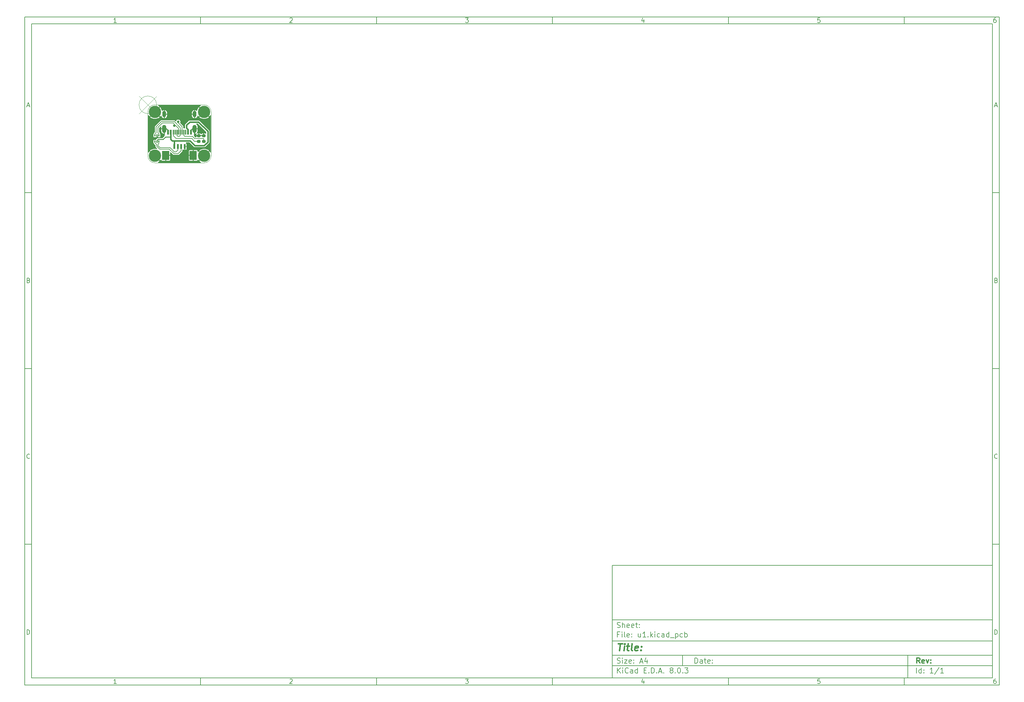
<source format=gtl>
%TF.GenerationSoftware,KiCad,Pcbnew,8.0.3*%
%TF.CreationDate,2024-08-04T17:04:02+08:00*%
%TF.ProjectId,u1,75312e6b-6963-4616-945f-706362585858,rev?*%
%TF.SameCoordinates,PX2aea540PY2160ec0*%
%TF.FileFunction,Copper,L1,Top*%
%TF.FilePolarity,Positive*%
%FSLAX46Y46*%
G04 Gerber Fmt 4.6, Leading zero omitted, Abs format (unit mm)*
G04 Created by KiCad (PCBNEW 8.0.3) date 2024-08-04 17:04:02*
%MOMM*%
%LPD*%
G01*
G04 APERTURE LIST*
G04 Aperture macros list*
%AMRoundRect*
0 Rectangle with rounded corners*
0 $1 Rounding radius*
0 $2 $3 $4 $5 $6 $7 $8 $9 X,Y pos of 4 corners*
0 Add a 4 corners polygon primitive as box body*
4,1,4,$2,$3,$4,$5,$6,$7,$8,$9,$2,$3,0*
0 Add four circle primitives for the rounded corners*
1,1,$1+$1,$2,$3*
1,1,$1+$1,$4,$5*
1,1,$1+$1,$6,$7*
1,1,$1+$1,$8,$9*
0 Add four rect primitives between the rounded corners*
20,1,$1+$1,$2,$3,$4,$5,0*
20,1,$1+$1,$4,$5,$6,$7,0*
20,1,$1+$1,$6,$7,$8,$9,0*
20,1,$1+$1,$8,$9,$2,$3,0*%
G04 Aperture macros list end*
%ADD10C,0.100000*%
%ADD11C,0.150000*%
%ADD12C,0.300000*%
%ADD13C,0.400000*%
%TA.AperFunction,SMDPad,CuDef*%
%ADD14R,2.000000X2.500000*%
%TD*%
%TA.AperFunction,SMDPad,CuDef*%
%ADD15R,0.500000X1.400000*%
%TD*%
%TA.AperFunction,ComponentPad*%
%ADD16C,3.500000*%
%TD*%
%TA.AperFunction,SMDPad,CuDef*%
%ADD17R,0.600000X1.450000*%
%TD*%
%TA.AperFunction,SMDPad,CuDef*%
%ADD18R,0.300000X1.450000*%
%TD*%
%TA.AperFunction,ComponentPad*%
%ADD19O,1.200000X2.300000*%
%TD*%
%TA.AperFunction,ComponentPad*%
%ADD20O,1.100000X1.800000*%
%TD*%
%TA.AperFunction,SMDPad,CuDef*%
%ADD21RoundRect,0.200000X0.275000X-0.200000X0.275000X0.200000X-0.275000X0.200000X-0.275000X-0.200000X0*%
%TD*%
%TA.AperFunction,SMDPad,CuDef*%
%ADD22RoundRect,0.200000X-0.275000X0.200000X-0.275000X-0.200000X0.275000X-0.200000X0.275000X0.200000X0*%
%TD*%
%TA.AperFunction,SMDPad,CuDef*%
%ADD23R,0.375000X0.500000*%
%TD*%
%TA.AperFunction,SMDPad,CuDef*%
%ADD24R,0.300000X0.650000*%
%TD*%
%TA.AperFunction,ViaPad*%
%ADD25C,0.700000*%
%TD*%
%TA.AperFunction,Conductor*%
%ADD26C,0.300000*%
%TD*%
%TA.AperFunction,Conductor*%
%ADD27C,0.400000*%
%TD*%
%TA.AperFunction,Conductor*%
%ADD28C,0.200000*%
%TD*%
%TA.AperFunction,Conductor*%
%ADD29C,0.250000*%
%TD*%
%TA.AperFunction,Profile*%
%ADD30C,0.050000*%
%TD*%
G04 APERTURE END LIST*
D10*
D11*
X132002200Y-131007200D02*
X240002200Y-131007200D01*
X240002200Y-163007200D01*
X132002200Y-163007200D01*
X132002200Y-131007200D01*
D10*
D11*
X-35000000Y25000000D02*
X242002200Y25000000D01*
X242002200Y-165007200D01*
X-35000000Y-165007200D01*
X-35000000Y25000000D01*
D10*
D11*
X-33000000Y23000000D02*
X240002200Y23000000D01*
X240002200Y-163007200D01*
X-33000000Y-163007200D01*
X-33000000Y23000000D01*
D10*
D11*
X15000000Y23000000D02*
X15000000Y25000000D01*
D10*
D11*
X65000000Y23000000D02*
X65000000Y25000000D01*
D10*
D11*
X115000000Y23000000D02*
X115000000Y25000000D01*
D10*
D11*
X165000000Y23000000D02*
X165000000Y25000000D01*
D10*
D11*
X215000000Y23000000D02*
X215000000Y25000000D01*
D10*
D11*
X-8910840Y23406396D02*
X-9653697Y23406396D01*
X-9282269Y23406396D02*
X-9282269Y24706396D01*
X-9282269Y24706396D02*
X-9406078Y24520681D01*
X-9406078Y24520681D02*
X-9529888Y24396872D01*
X-9529888Y24396872D02*
X-9653697Y24334967D01*
D10*
D11*
X40346303Y24582586D02*
X40408207Y24644491D01*
X40408207Y24644491D02*
X40532017Y24706396D01*
X40532017Y24706396D02*
X40841541Y24706396D01*
X40841541Y24706396D02*
X40965350Y24644491D01*
X40965350Y24644491D02*
X41027255Y24582586D01*
X41027255Y24582586D02*
X41089160Y24458777D01*
X41089160Y24458777D02*
X41089160Y24334967D01*
X41089160Y24334967D02*
X41027255Y24149253D01*
X41027255Y24149253D02*
X40284398Y23406396D01*
X40284398Y23406396D02*
X41089160Y23406396D01*
D10*
D11*
X90284398Y24706396D02*
X91089160Y24706396D01*
X91089160Y24706396D02*
X90655826Y24211158D01*
X90655826Y24211158D02*
X90841541Y24211158D01*
X90841541Y24211158D02*
X90965350Y24149253D01*
X90965350Y24149253D02*
X91027255Y24087348D01*
X91027255Y24087348D02*
X91089160Y23963539D01*
X91089160Y23963539D02*
X91089160Y23654015D01*
X91089160Y23654015D02*
X91027255Y23530205D01*
X91027255Y23530205D02*
X90965350Y23468300D01*
X90965350Y23468300D02*
X90841541Y23406396D01*
X90841541Y23406396D02*
X90470112Y23406396D01*
X90470112Y23406396D02*
X90346303Y23468300D01*
X90346303Y23468300D02*
X90284398Y23530205D01*
D10*
D11*
X140965350Y24273062D02*
X140965350Y23406396D01*
X140655826Y24768300D02*
X140346303Y23839729D01*
X140346303Y23839729D02*
X141151064Y23839729D01*
D10*
D11*
X191027255Y24706396D02*
X190408207Y24706396D01*
X190408207Y24706396D02*
X190346303Y24087348D01*
X190346303Y24087348D02*
X190408207Y24149253D01*
X190408207Y24149253D02*
X190532017Y24211158D01*
X190532017Y24211158D02*
X190841541Y24211158D01*
X190841541Y24211158D02*
X190965350Y24149253D01*
X190965350Y24149253D02*
X191027255Y24087348D01*
X191027255Y24087348D02*
X191089160Y23963539D01*
X191089160Y23963539D02*
X191089160Y23654015D01*
X191089160Y23654015D02*
X191027255Y23530205D01*
X191027255Y23530205D02*
X190965350Y23468300D01*
X190965350Y23468300D02*
X190841541Y23406396D01*
X190841541Y23406396D02*
X190532017Y23406396D01*
X190532017Y23406396D02*
X190408207Y23468300D01*
X190408207Y23468300D02*
X190346303Y23530205D01*
D10*
D11*
X240965350Y24706396D02*
X240717731Y24706396D01*
X240717731Y24706396D02*
X240593922Y24644491D01*
X240593922Y24644491D02*
X240532017Y24582586D01*
X240532017Y24582586D02*
X240408207Y24396872D01*
X240408207Y24396872D02*
X240346303Y24149253D01*
X240346303Y24149253D02*
X240346303Y23654015D01*
X240346303Y23654015D02*
X240408207Y23530205D01*
X240408207Y23530205D02*
X240470112Y23468300D01*
X240470112Y23468300D02*
X240593922Y23406396D01*
X240593922Y23406396D02*
X240841541Y23406396D01*
X240841541Y23406396D02*
X240965350Y23468300D01*
X240965350Y23468300D02*
X241027255Y23530205D01*
X241027255Y23530205D02*
X241089160Y23654015D01*
X241089160Y23654015D02*
X241089160Y23963539D01*
X241089160Y23963539D02*
X241027255Y24087348D01*
X241027255Y24087348D02*
X240965350Y24149253D01*
X240965350Y24149253D02*
X240841541Y24211158D01*
X240841541Y24211158D02*
X240593922Y24211158D01*
X240593922Y24211158D02*
X240470112Y24149253D01*
X240470112Y24149253D02*
X240408207Y24087348D01*
X240408207Y24087348D02*
X240346303Y23963539D01*
D10*
D11*
X15000000Y-163007200D02*
X15000000Y-165007200D01*
D10*
D11*
X65000000Y-163007200D02*
X65000000Y-165007200D01*
D10*
D11*
X115000000Y-163007200D02*
X115000000Y-165007200D01*
D10*
D11*
X165000000Y-163007200D02*
X165000000Y-165007200D01*
D10*
D11*
X215000000Y-163007200D02*
X215000000Y-165007200D01*
D10*
D11*
X-8910840Y-164600804D02*
X-9653697Y-164600804D01*
X-9282269Y-164600804D02*
X-9282269Y-163300804D01*
X-9282269Y-163300804D02*
X-9406078Y-163486519D01*
X-9406078Y-163486519D02*
X-9529888Y-163610328D01*
X-9529888Y-163610328D02*
X-9653697Y-163672233D01*
D10*
D11*
X40346303Y-163424614D02*
X40408207Y-163362709D01*
X40408207Y-163362709D02*
X40532017Y-163300804D01*
X40532017Y-163300804D02*
X40841541Y-163300804D01*
X40841541Y-163300804D02*
X40965350Y-163362709D01*
X40965350Y-163362709D02*
X41027255Y-163424614D01*
X41027255Y-163424614D02*
X41089160Y-163548423D01*
X41089160Y-163548423D02*
X41089160Y-163672233D01*
X41089160Y-163672233D02*
X41027255Y-163857947D01*
X41027255Y-163857947D02*
X40284398Y-164600804D01*
X40284398Y-164600804D02*
X41089160Y-164600804D01*
D10*
D11*
X90284398Y-163300804D02*
X91089160Y-163300804D01*
X91089160Y-163300804D02*
X90655826Y-163796042D01*
X90655826Y-163796042D02*
X90841541Y-163796042D01*
X90841541Y-163796042D02*
X90965350Y-163857947D01*
X90965350Y-163857947D02*
X91027255Y-163919852D01*
X91027255Y-163919852D02*
X91089160Y-164043661D01*
X91089160Y-164043661D02*
X91089160Y-164353185D01*
X91089160Y-164353185D02*
X91027255Y-164476995D01*
X91027255Y-164476995D02*
X90965350Y-164538900D01*
X90965350Y-164538900D02*
X90841541Y-164600804D01*
X90841541Y-164600804D02*
X90470112Y-164600804D01*
X90470112Y-164600804D02*
X90346303Y-164538900D01*
X90346303Y-164538900D02*
X90284398Y-164476995D01*
D10*
D11*
X140965350Y-163734138D02*
X140965350Y-164600804D01*
X140655826Y-163238900D02*
X140346303Y-164167471D01*
X140346303Y-164167471D02*
X141151064Y-164167471D01*
D10*
D11*
X191027255Y-163300804D02*
X190408207Y-163300804D01*
X190408207Y-163300804D02*
X190346303Y-163919852D01*
X190346303Y-163919852D02*
X190408207Y-163857947D01*
X190408207Y-163857947D02*
X190532017Y-163796042D01*
X190532017Y-163796042D02*
X190841541Y-163796042D01*
X190841541Y-163796042D02*
X190965350Y-163857947D01*
X190965350Y-163857947D02*
X191027255Y-163919852D01*
X191027255Y-163919852D02*
X191089160Y-164043661D01*
X191089160Y-164043661D02*
X191089160Y-164353185D01*
X191089160Y-164353185D02*
X191027255Y-164476995D01*
X191027255Y-164476995D02*
X190965350Y-164538900D01*
X190965350Y-164538900D02*
X190841541Y-164600804D01*
X190841541Y-164600804D02*
X190532017Y-164600804D01*
X190532017Y-164600804D02*
X190408207Y-164538900D01*
X190408207Y-164538900D02*
X190346303Y-164476995D01*
D10*
D11*
X240965350Y-163300804D02*
X240717731Y-163300804D01*
X240717731Y-163300804D02*
X240593922Y-163362709D01*
X240593922Y-163362709D02*
X240532017Y-163424614D01*
X240532017Y-163424614D02*
X240408207Y-163610328D01*
X240408207Y-163610328D02*
X240346303Y-163857947D01*
X240346303Y-163857947D02*
X240346303Y-164353185D01*
X240346303Y-164353185D02*
X240408207Y-164476995D01*
X240408207Y-164476995D02*
X240470112Y-164538900D01*
X240470112Y-164538900D02*
X240593922Y-164600804D01*
X240593922Y-164600804D02*
X240841541Y-164600804D01*
X240841541Y-164600804D02*
X240965350Y-164538900D01*
X240965350Y-164538900D02*
X241027255Y-164476995D01*
X241027255Y-164476995D02*
X241089160Y-164353185D01*
X241089160Y-164353185D02*
X241089160Y-164043661D01*
X241089160Y-164043661D02*
X241027255Y-163919852D01*
X241027255Y-163919852D02*
X240965350Y-163857947D01*
X240965350Y-163857947D02*
X240841541Y-163796042D01*
X240841541Y-163796042D02*
X240593922Y-163796042D01*
X240593922Y-163796042D02*
X240470112Y-163857947D01*
X240470112Y-163857947D02*
X240408207Y-163919852D01*
X240408207Y-163919852D02*
X240346303Y-164043661D01*
D10*
D11*
X-35000000Y-25000000D02*
X-33000000Y-25000000D01*
D10*
D11*
X-35000000Y-75000000D02*
X-33000000Y-75000000D01*
D10*
D11*
X-35000000Y-125000000D02*
X-33000000Y-125000000D01*
D10*
D11*
X-34309524Y-222176D02*
X-33690477Y-222176D01*
X-34433334Y-593604D02*
X-34000001Y706396D01*
X-34000001Y706396D02*
X-33566667Y-593604D01*
D10*
D11*
X-33907143Y-49912652D02*
X-33721429Y-49974557D01*
X-33721429Y-49974557D02*
X-33659524Y-50036461D01*
X-33659524Y-50036461D02*
X-33597620Y-50160271D01*
X-33597620Y-50160271D02*
X-33597620Y-50345985D01*
X-33597620Y-50345985D02*
X-33659524Y-50469795D01*
X-33659524Y-50469795D02*
X-33721429Y-50531700D01*
X-33721429Y-50531700D02*
X-33845239Y-50593604D01*
X-33845239Y-50593604D02*
X-34340477Y-50593604D01*
X-34340477Y-50593604D02*
X-34340477Y-49293604D01*
X-34340477Y-49293604D02*
X-33907143Y-49293604D01*
X-33907143Y-49293604D02*
X-33783334Y-49355509D01*
X-33783334Y-49355509D02*
X-33721429Y-49417414D01*
X-33721429Y-49417414D02*
X-33659524Y-49541223D01*
X-33659524Y-49541223D02*
X-33659524Y-49665033D01*
X-33659524Y-49665033D02*
X-33721429Y-49788842D01*
X-33721429Y-49788842D02*
X-33783334Y-49850747D01*
X-33783334Y-49850747D02*
X-33907143Y-49912652D01*
X-33907143Y-49912652D02*
X-34340477Y-49912652D01*
D10*
D11*
X-33597620Y-100469795D02*
X-33659524Y-100531700D01*
X-33659524Y-100531700D02*
X-33845239Y-100593604D01*
X-33845239Y-100593604D02*
X-33969048Y-100593604D01*
X-33969048Y-100593604D02*
X-34154762Y-100531700D01*
X-34154762Y-100531700D02*
X-34278572Y-100407890D01*
X-34278572Y-100407890D02*
X-34340477Y-100284080D01*
X-34340477Y-100284080D02*
X-34402381Y-100036461D01*
X-34402381Y-100036461D02*
X-34402381Y-99850747D01*
X-34402381Y-99850747D02*
X-34340477Y-99603128D01*
X-34340477Y-99603128D02*
X-34278572Y-99479319D01*
X-34278572Y-99479319D02*
X-34154762Y-99355509D01*
X-34154762Y-99355509D02*
X-33969048Y-99293604D01*
X-33969048Y-99293604D02*
X-33845239Y-99293604D01*
X-33845239Y-99293604D02*
X-33659524Y-99355509D01*
X-33659524Y-99355509D02*
X-33597620Y-99417414D01*
D10*
D11*
X-34340477Y-150593604D02*
X-34340477Y-149293604D01*
X-34340477Y-149293604D02*
X-34030953Y-149293604D01*
X-34030953Y-149293604D02*
X-33845239Y-149355509D01*
X-33845239Y-149355509D02*
X-33721429Y-149479319D01*
X-33721429Y-149479319D02*
X-33659524Y-149603128D01*
X-33659524Y-149603128D02*
X-33597620Y-149850747D01*
X-33597620Y-149850747D02*
X-33597620Y-150036461D01*
X-33597620Y-150036461D02*
X-33659524Y-150284080D01*
X-33659524Y-150284080D02*
X-33721429Y-150407890D01*
X-33721429Y-150407890D02*
X-33845239Y-150531700D01*
X-33845239Y-150531700D02*
X-34030953Y-150593604D01*
X-34030953Y-150593604D02*
X-34340477Y-150593604D01*
D10*
D11*
X242002200Y-25000000D02*
X240002200Y-25000000D01*
D10*
D11*
X242002200Y-75000000D02*
X240002200Y-75000000D01*
D10*
D11*
X242002200Y-125000000D02*
X240002200Y-125000000D01*
D10*
D11*
X240692676Y-222176D02*
X241311723Y-222176D01*
X240568866Y-593604D02*
X241002199Y706396D01*
X241002199Y706396D02*
X241435533Y-593604D01*
D10*
D11*
X241095057Y-49912652D02*
X241280771Y-49974557D01*
X241280771Y-49974557D02*
X241342676Y-50036461D01*
X241342676Y-50036461D02*
X241404580Y-50160271D01*
X241404580Y-50160271D02*
X241404580Y-50345985D01*
X241404580Y-50345985D02*
X241342676Y-50469795D01*
X241342676Y-50469795D02*
X241280771Y-50531700D01*
X241280771Y-50531700D02*
X241156961Y-50593604D01*
X241156961Y-50593604D02*
X240661723Y-50593604D01*
X240661723Y-50593604D02*
X240661723Y-49293604D01*
X240661723Y-49293604D02*
X241095057Y-49293604D01*
X241095057Y-49293604D02*
X241218866Y-49355509D01*
X241218866Y-49355509D02*
X241280771Y-49417414D01*
X241280771Y-49417414D02*
X241342676Y-49541223D01*
X241342676Y-49541223D02*
X241342676Y-49665033D01*
X241342676Y-49665033D02*
X241280771Y-49788842D01*
X241280771Y-49788842D02*
X241218866Y-49850747D01*
X241218866Y-49850747D02*
X241095057Y-49912652D01*
X241095057Y-49912652D02*
X240661723Y-49912652D01*
D10*
D11*
X241404580Y-100469795D02*
X241342676Y-100531700D01*
X241342676Y-100531700D02*
X241156961Y-100593604D01*
X241156961Y-100593604D02*
X241033152Y-100593604D01*
X241033152Y-100593604D02*
X240847438Y-100531700D01*
X240847438Y-100531700D02*
X240723628Y-100407890D01*
X240723628Y-100407890D02*
X240661723Y-100284080D01*
X240661723Y-100284080D02*
X240599819Y-100036461D01*
X240599819Y-100036461D02*
X240599819Y-99850747D01*
X240599819Y-99850747D02*
X240661723Y-99603128D01*
X240661723Y-99603128D02*
X240723628Y-99479319D01*
X240723628Y-99479319D02*
X240847438Y-99355509D01*
X240847438Y-99355509D02*
X241033152Y-99293604D01*
X241033152Y-99293604D02*
X241156961Y-99293604D01*
X241156961Y-99293604D02*
X241342676Y-99355509D01*
X241342676Y-99355509D02*
X241404580Y-99417414D01*
D10*
D11*
X240661723Y-150593604D02*
X240661723Y-149293604D01*
X240661723Y-149293604D02*
X240971247Y-149293604D01*
X240971247Y-149293604D02*
X241156961Y-149355509D01*
X241156961Y-149355509D02*
X241280771Y-149479319D01*
X241280771Y-149479319D02*
X241342676Y-149603128D01*
X241342676Y-149603128D02*
X241404580Y-149850747D01*
X241404580Y-149850747D02*
X241404580Y-150036461D01*
X241404580Y-150036461D02*
X241342676Y-150284080D01*
X241342676Y-150284080D02*
X241280771Y-150407890D01*
X241280771Y-150407890D02*
X241156961Y-150531700D01*
X241156961Y-150531700D02*
X240971247Y-150593604D01*
X240971247Y-150593604D02*
X240661723Y-150593604D01*
D10*
D11*
X155458026Y-158793328D02*
X155458026Y-157293328D01*
X155458026Y-157293328D02*
X155815169Y-157293328D01*
X155815169Y-157293328D02*
X156029455Y-157364757D01*
X156029455Y-157364757D02*
X156172312Y-157507614D01*
X156172312Y-157507614D02*
X156243741Y-157650471D01*
X156243741Y-157650471D02*
X156315169Y-157936185D01*
X156315169Y-157936185D02*
X156315169Y-158150471D01*
X156315169Y-158150471D02*
X156243741Y-158436185D01*
X156243741Y-158436185D02*
X156172312Y-158579042D01*
X156172312Y-158579042D02*
X156029455Y-158721900D01*
X156029455Y-158721900D02*
X155815169Y-158793328D01*
X155815169Y-158793328D02*
X155458026Y-158793328D01*
X157600884Y-158793328D02*
X157600884Y-158007614D01*
X157600884Y-158007614D02*
X157529455Y-157864757D01*
X157529455Y-157864757D02*
X157386598Y-157793328D01*
X157386598Y-157793328D02*
X157100884Y-157793328D01*
X157100884Y-157793328D02*
X156958026Y-157864757D01*
X157600884Y-158721900D02*
X157458026Y-158793328D01*
X157458026Y-158793328D02*
X157100884Y-158793328D01*
X157100884Y-158793328D02*
X156958026Y-158721900D01*
X156958026Y-158721900D02*
X156886598Y-158579042D01*
X156886598Y-158579042D02*
X156886598Y-158436185D01*
X156886598Y-158436185D02*
X156958026Y-158293328D01*
X156958026Y-158293328D02*
X157100884Y-158221900D01*
X157100884Y-158221900D02*
X157458026Y-158221900D01*
X157458026Y-158221900D02*
X157600884Y-158150471D01*
X158100884Y-157793328D02*
X158672312Y-157793328D01*
X158315169Y-157293328D02*
X158315169Y-158579042D01*
X158315169Y-158579042D02*
X158386598Y-158721900D01*
X158386598Y-158721900D02*
X158529455Y-158793328D01*
X158529455Y-158793328D02*
X158672312Y-158793328D01*
X159743741Y-158721900D02*
X159600884Y-158793328D01*
X159600884Y-158793328D02*
X159315170Y-158793328D01*
X159315170Y-158793328D02*
X159172312Y-158721900D01*
X159172312Y-158721900D02*
X159100884Y-158579042D01*
X159100884Y-158579042D02*
X159100884Y-158007614D01*
X159100884Y-158007614D02*
X159172312Y-157864757D01*
X159172312Y-157864757D02*
X159315170Y-157793328D01*
X159315170Y-157793328D02*
X159600884Y-157793328D01*
X159600884Y-157793328D02*
X159743741Y-157864757D01*
X159743741Y-157864757D02*
X159815170Y-158007614D01*
X159815170Y-158007614D02*
X159815170Y-158150471D01*
X159815170Y-158150471D02*
X159100884Y-158293328D01*
X160458026Y-158650471D02*
X160529455Y-158721900D01*
X160529455Y-158721900D02*
X160458026Y-158793328D01*
X160458026Y-158793328D02*
X160386598Y-158721900D01*
X160386598Y-158721900D02*
X160458026Y-158650471D01*
X160458026Y-158650471D02*
X160458026Y-158793328D01*
X160458026Y-157864757D02*
X160529455Y-157936185D01*
X160529455Y-157936185D02*
X160458026Y-158007614D01*
X160458026Y-158007614D02*
X160386598Y-157936185D01*
X160386598Y-157936185D02*
X160458026Y-157864757D01*
X160458026Y-157864757D02*
X160458026Y-158007614D01*
D10*
D11*
X132002200Y-159507200D02*
X240002200Y-159507200D01*
D10*
D11*
X133458026Y-161593328D02*
X133458026Y-160093328D01*
X134315169Y-161593328D02*
X133672312Y-160736185D01*
X134315169Y-160093328D02*
X133458026Y-160950471D01*
X134958026Y-161593328D02*
X134958026Y-160593328D01*
X134958026Y-160093328D02*
X134886598Y-160164757D01*
X134886598Y-160164757D02*
X134958026Y-160236185D01*
X134958026Y-160236185D02*
X135029455Y-160164757D01*
X135029455Y-160164757D02*
X134958026Y-160093328D01*
X134958026Y-160093328D02*
X134958026Y-160236185D01*
X136529455Y-161450471D02*
X136458027Y-161521900D01*
X136458027Y-161521900D02*
X136243741Y-161593328D01*
X136243741Y-161593328D02*
X136100884Y-161593328D01*
X136100884Y-161593328D02*
X135886598Y-161521900D01*
X135886598Y-161521900D02*
X135743741Y-161379042D01*
X135743741Y-161379042D02*
X135672312Y-161236185D01*
X135672312Y-161236185D02*
X135600884Y-160950471D01*
X135600884Y-160950471D02*
X135600884Y-160736185D01*
X135600884Y-160736185D02*
X135672312Y-160450471D01*
X135672312Y-160450471D02*
X135743741Y-160307614D01*
X135743741Y-160307614D02*
X135886598Y-160164757D01*
X135886598Y-160164757D02*
X136100884Y-160093328D01*
X136100884Y-160093328D02*
X136243741Y-160093328D01*
X136243741Y-160093328D02*
X136458027Y-160164757D01*
X136458027Y-160164757D02*
X136529455Y-160236185D01*
X137815170Y-161593328D02*
X137815170Y-160807614D01*
X137815170Y-160807614D02*
X137743741Y-160664757D01*
X137743741Y-160664757D02*
X137600884Y-160593328D01*
X137600884Y-160593328D02*
X137315170Y-160593328D01*
X137315170Y-160593328D02*
X137172312Y-160664757D01*
X137815170Y-161521900D02*
X137672312Y-161593328D01*
X137672312Y-161593328D02*
X137315170Y-161593328D01*
X137315170Y-161593328D02*
X137172312Y-161521900D01*
X137172312Y-161521900D02*
X137100884Y-161379042D01*
X137100884Y-161379042D02*
X137100884Y-161236185D01*
X137100884Y-161236185D02*
X137172312Y-161093328D01*
X137172312Y-161093328D02*
X137315170Y-161021900D01*
X137315170Y-161021900D02*
X137672312Y-161021900D01*
X137672312Y-161021900D02*
X137815170Y-160950471D01*
X139172313Y-161593328D02*
X139172313Y-160093328D01*
X139172313Y-161521900D02*
X139029455Y-161593328D01*
X139029455Y-161593328D02*
X138743741Y-161593328D01*
X138743741Y-161593328D02*
X138600884Y-161521900D01*
X138600884Y-161521900D02*
X138529455Y-161450471D01*
X138529455Y-161450471D02*
X138458027Y-161307614D01*
X138458027Y-161307614D02*
X138458027Y-160879042D01*
X138458027Y-160879042D02*
X138529455Y-160736185D01*
X138529455Y-160736185D02*
X138600884Y-160664757D01*
X138600884Y-160664757D02*
X138743741Y-160593328D01*
X138743741Y-160593328D02*
X139029455Y-160593328D01*
X139029455Y-160593328D02*
X139172313Y-160664757D01*
X141029455Y-160807614D02*
X141529455Y-160807614D01*
X141743741Y-161593328D02*
X141029455Y-161593328D01*
X141029455Y-161593328D02*
X141029455Y-160093328D01*
X141029455Y-160093328D02*
X141743741Y-160093328D01*
X142386598Y-161450471D02*
X142458027Y-161521900D01*
X142458027Y-161521900D02*
X142386598Y-161593328D01*
X142386598Y-161593328D02*
X142315170Y-161521900D01*
X142315170Y-161521900D02*
X142386598Y-161450471D01*
X142386598Y-161450471D02*
X142386598Y-161593328D01*
X143100884Y-161593328D02*
X143100884Y-160093328D01*
X143100884Y-160093328D02*
X143458027Y-160093328D01*
X143458027Y-160093328D02*
X143672313Y-160164757D01*
X143672313Y-160164757D02*
X143815170Y-160307614D01*
X143815170Y-160307614D02*
X143886599Y-160450471D01*
X143886599Y-160450471D02*
X143958027Y-160736185D01*
X143958027Y-160736185D02*
X143958027Y-160950471D01*
X143958027Y-160950471D02*
X143886599Y-161236185D01*
X143886599Y-161236185D02*
X143815170Y-161379042D01*
X143815170Y-161379042D02*
X143672313Y-161521900D01*
X143672313Y-161521900D02*
X143458027Y-161593328D01*
X143458027Y-161593328D02*
X143100884Y-161593328D01*
X144600884Y-161450471D02*
X144672313Y-161521900D01*
X144672313Y-161521900D02*
X144600884Y-161593328D01*
X144600884Y-161593328D02*
X144529456Y-161521900D01*
X144529456Y-161521900D02*
X144600884Y-161450471D01*
X144600884Y-161450471D02*
X144600884Y-161593328D01*
X145243742Y-161164757D02*
X145958028Y-161164757D01*
X145100885Y-161593328D02*
X145600885Y-160093328D01*
X145600885Y-160093328D02*
X146100885Y-161593328D01*
X146600884Y-161450471D02*
X146672313Y-161521900D01*
X146672313Y-161521900D02*
X146600884Y-161593328D01*
X146600884Y-161593328D02*
X146529456Y-161521900D01*
X146529456Y-161521900D02*
X146600884Y-161450471D01*
X146600884Y-161450471D02*
X146600884Y-161593328D01*
X148672313Y-160736185D02*
X148529456Y-160664757D01*
X148529456Y-160664757D02*
X148458027Y-160593328D01*
X148458027Y-160593328D02*
X148386599Y-160450471D01*
X148386599Y-160450471D02*
X148386599Y-160379042D01*
X148386599Y-160379042D02*
X148458027Y-160236185D01*
X148458027Y-160236185D02*
X148529456Y-160164757D01*
X148529456Y-160164757D02*
X148672313Y-160093328D01*
X148672313Y-160093328D02*
X148958027Y-160093328D01*
X148958027Y-160093328D02*
X149100885Y-160164757D01*
X149100885Y-160164757D02*
X149172313Y-160236185D01*
X149172313Y-160236185D02*
X149243742Y-160379042D01*
X149243742Y-160379042D02*
X149243742Y-160450471D01*
X149243742Y-160450471D02*
X149172313Y-160593328D01*
X149172313Y-160593328D02*
X149100885Y-160664757D01*
X149100885Y-160664757D02*
X148958027Y-160736185D01*
X148958027Y-160736185D02*
X148672313Y-160736185D01*
X148672313Y-160736185D02*
X148529456Y-160807614D01*
X148529456Y-160807614D02*
X148458027Y-160879042D01*
X148458027Y-160879042D02*
X148386599Y-161021900D01*
X148386599Y-161021900D02*
X148386599Y-161307614D01*
X148386599Y-161307614D02*
X148458027Y-161450471D01*
X148458027Y-161450471D02*
X148529456Y-161521900D01*
X148529456Y-161521900D02*
X148672313Y-161593328D01*
X148672313Y-161593328D02*
X148958027Y-161593328D01*
X148958027Y-161593328D02*
X149100885Y-161521900D01*
X149100885Y-161521900D02*
X149172313Y-161450471D01*
X149172313Y-161450471D02*
X149243742Y-161307614D01*
X149243742Y-161307614D02*
X149243742Y-161021900D01*
X149243742Y-161021900D02*
X149172313Y-160879042D01*
X149172313Y-160879042D02*
X149100885Y-160807614D01*
X149100885Y-160807614D02*
X148958027Y-160736185D01*
X149886598Y-161450471D02*
X149958027Y-161521900D01*
X149958027Y-161521900D02*
X149886598Y-161593328D01*
X149886598Y-161593328D02*
X149815170Y-161521900D01*
X149815170Y-161521900D02*
X149886598Y-161450471D01*
X149886598Y-161450471D02*
X149886598Y-161593328D01*
X150886599Y-160093328D02*
X151029456Y-160093328D01*
X151029456Y-160093328D02*
X151172313Y-160164757D01*
X151172313Y-160164757D02*
X151243742Y-160236185D01*
X151243742Y-160236185D02*
X151315170Y-160379042D01*
X151315170Y-160379042D02*
X151386599Y-160664757D01*
X151386599Y-160664757D02*
X151386599Y-161021900D01*
X151386599Y-161021900D02*
X151315170Y-161307614D01*
X151315170Y-161307614D02*
X151243742Y-161450471D01*
X151243742Y-161450471D02*
X151172313Y-161521900D01*
X151172313Y-161521900D02*
X151029456Y-161593328D01*
X151029456Y-161593328D02*
X150886599Y-161593328D01*
X150886599Y-161593328D02*
X150743742Y-161521900D01*
X150743742Y-161521900D02*
X150672313Y-161450471D01*
X150672313Y-161450471D02*
X150600884Y-161307614D01*
X150600884Y-161307614D02*
X150529456Y-161021900D01*
X150529456Y-161021900D02*
X150529456Y-160664757D01*
X150529456Y-160664757D02*
X150600884Y-160379042D01*
X150600884Y-160379042D02*
X150672313Y-160236185D01*
X150672313Y-160236185D02*
X150743742Y-160164757D01*
X150743742Y-160164757D02*
X150886599Y-160093328D01*
X152029455Y-161450471D02*
X152100884Y-161521900D01*
X152100884Y-161521900D02*
X152029455Y-161593328D01*
X152029455Y-161593328D02*
X151958027Y-161521900D01*
X151958027Y-161521900D02*
X152029455Y-161450471D01*
X152029455Y-161450471D02*
X152029455Y-161593328D01*
X152600884Y-160093328D02*
X153529456Y-160093328D01*
X153529456Y-160093328D02*
X153029456Y-160664757D01*
X153029456Y-160664757D02*
X153243741Y-160664757D01*
X153243741Y-160664757D02*
X153386599Y-160736185D01*
X153386599Y-160736185D02*
X153458027Y-160807614D01*
X153458027Y-160807614D02*
X153529456Y-160950471D01*
X153529456Y-160950471D02*
X153529456Y-161307614D01*
X153529456Y-161307614D02*
X153458027Y-161450471D01*
X153458027Y-161450471D02*
X153386599Y-161521900D01*
X153386599Y-161521900D02*
X153243741Y-161593328D01*
X153243741Y-161593328D02*
X152815170Y-161593328D01*
X152815170Y-161593328D02*
X152672313Y-161521900D01*
X152672313Y-161521900D02*
X152600884Y-161450471D01*
D10*
D11*
X132002200Y-156507200D02*
X240002200Y-156507200D01*
D10*
D12*
X219413853Y-158785528D02*
X218913853Y-158071242D01*
X218556710Y-158785528D02*
X218556710Y-157285528D01*
X218556710Y-157285528D02*
X219128139Y-157285528D01*
X219128139Y-157285528D02*
X219270996Y-157356957D01*
X219270996Y-157356957D02*
X219342425Y-157428385D01*
X219342425Y-157428385D02*
X219413853Y-157571242D01*
X219413853Y-157571242D02*
X219413853Y-157785528D01*
X219413853Y-157785528D02*
X219342425Y-157928385D01*
X219342425Y-157928385D02*
X219270996Y-157999814D01*
X219270996Y-157999814D02*
X219128139Y-158071242D01*
X219128139Y-158071242D02*
X218556710Y-158071242D01*
X220628139Y-158714100D02*
X220485282Y-158785528D01*
X220485282Y-158785528D02*
X220199568Y-158785528D01*
X220199568Y-158785528D02*
X220056710Y-158714100D01*
X220056710Y-158714100D02*
X219985282Y-158571242D01*
X219985282Y-158571242D02*
X219985282Y-157999814D01*
X219985282Y-157999814D02*
X220056710Y-157856957D01*
X220056710Y-157856957D02*
X220199568Y-157785528D01*
X220199568Y-157785528D02*
X220485282Y-157785528D01*
X220485282Y-157785528D02*
X220628139Y-157856957D01*
X220628139Y-157856957D02*
X220699568Y-157999814D01*
X220699568Y-157999814D02*
X220699568Y-158142671D01*
X220699568Y-158142671D02*
X219985282Y-158285528D01*
X221199567Y-157785528D02*
X221556710Y-158785528D01*
X221556710Y-158785528D02*
X221913853Y-157785528D01*
X222485281Y-158642671D02*
X222556710Y-158714100D01*
X222556710Y-158714100D02*
X222485281Y-158785528D01*
X222485281Y-158785528D02*
X222413853Y-158714100D01*
X222413853Y-158714100D02*
X222485281Y-158642671D01*
X222485281Y-158642671D02*
X222485281Y-158785528D01*
X222485281Y-157856957D02*
X222556710Y-157928385D01*
X222556710Y-157928385D02*
X222485281Y-157999814D01*
X222485281Y-157999814D02*
X222413853Y-157928385D01*
X222413853Y-157928385D02*
X222485281Y-157856957D01*
X222485281Y-157856957D02*
X222485281Y-157999814D01*
D10*
D11*
X133386598Y-158721900D02*
X133600884Y-158793328D01*
X133600884Y-158793328D02*
X133958026Y-158793328D01*
X133958026Y-158793328D02*
X134100884Y-158721900D01*
X134100884Y-158721900D02*
X134172312Y-158650471D01*
X134172312Y-158650471D02*
X134243741Y-158507614D01*
X134243741Y-158507614D02*
X134243741Y-158364757D01*
X134243741Y-158364757D02*
X134172312Y-158221900D01*
X134172312Y-158221900D02*
X134100884Y-158150471D01*
X134100884Y-158150471D02*
X133958026Y-158079042D01*
X133958026Y-158079042D02*
X133672312Y-158007614D01*
X133672312Y-158007614D02*
X133529455Y-157936185D01*
X133529455Y-157936185D02*
X133458026Y-157864757D01*
X133458026Y-157864757D02*
X133386598Y-157721900D01*
X133386598Y-157721900D02*
X133386598Y-157579042D01*
X133386598Y-157579042D02*
X133458026Y-157436185D01*
X133458026Y-157436185D02*
X133529455Y-157364757D01*
X133529455Y-157364757D02*
X133672312Y-157293328D01*
X133672312Y-157293328D02*
X134029455Y-157293328D01*
X134029455Y-157293328D02*
X134243741Y-157364757D01*
X134886597Y-158793328D02*
X134886597Y-157793328D01*
X134886597Y-157293328D02*
X134815169Y-157364757D01*
X134815169Y-157364757D02*
X134886597Y-157436185D01*
X134886597Y-157436185D02*
X134958026Y-157364757D01*
X134958026Y-157364757D02*
X134886597Y-157293328D01*
X134886597Y-157293328D02*
X134886597Y-157436185D01*
X135458026Y-157793328D02*
X136243741Y-157793328D01*
X136243741Y-157793328D02*
X135458026Y-158793328D01*
X135458026Y-158793328D02*
X136243741Y-158793328D01*
X137386598Y-158721900D02*
X137243741Y-158793328D01*
X137243741Y-158793328D02*
X136958027Y-158793328D01*
X136958027Y-158793328D02*
X136815169Y-158721900D01*
X136815169Y-158721900D02*
X136743741Y-158579042D01*
X136743741Y-158579042D02*
X136743741Y-158007614D01*
X136743741Y-158007614D02*
X136815169Y-157864757D01*
X136815169Y-157864757D02*
X136958027Y-157793328D01*
X136958027Y-157793328D02*
X137243741Y-157793328D01*
X137243741Y-157793328D02*
X137386598Y-157864757D01*
X137386598Y-157864757D02*
X137458027Y-158007614D01*
X137458027Y-158007614D02*
X137458027Y-158150471D01*
X137458027Y-158150471D02*
X136743741Y-158293328D01*
X138100883Y-158650471D02*
X138172312Y-158721900D01*
X138172312Y-158721900D02*
X138100883Y-158793328D01*
X138100883Y-158793328D02*
X138029455Y-158721900D01*
X138029455Y-158721900D02*
X138100883Y-158650471D01*
X138100883Y-158650471D02*
X138100883Y-158793328D01*
X138100883Y-157864757D02*
X138172312Y-157936185D01*
X138172312Y-157936185D02*
X138100883Y-158007614D01*
X138100883Y-158007614D02*
X138029455Y-157936185D01*
X138029455Y-157936185D02*
X138100883Y-157864757D01*
X138100883Y-157864757D02*
X138100883Y-158007614D01*
X139886598Y-158364757D02*
X140600884Y-158364757D01*
X139743741Y-158793328D02*
X140243741Y-157293328D01*
X140243741Y-157293328D02*
X140743741Y-158793328D01*
X141886598Y-157793328D02*
X141886598Y-158793328D01*
X141529455Y-157221900D02*
X141172312Y-158293328D01*
X141172312Y-158293328D02*
X142100883Y-158293328D01*
D10*
D11*
X218458026Y-161593328D02*
X218458026Y-160093328D01*
X219815170Y-161593328D02*
X219815170Y-160093328D01*
X219815170Y-161521900D02*
X219672312Y-161593328D01*
X219672312Y-161593328D02*
X219386598Y-161593328D01*
X219386598Y-161593328D02*
X219243741Y-161521900D01*
X219243741Y-161521900D02*
X219172312Y-161450471D01*
X219172312Y-161450471D02*
X219100884Y-161307614D01*
X219100884Y-161307614D02*
X219100884Y-160879042D01*
X219100884Y-160879042D02*
X219172312Y-160736185D01*
X219172312Y-160736185D02*
X219243741Y-160664757D01*
X219243741Y-160664757D02*
X219386598Y-160593328D01*
X219386598Y-160593328D02*
X219672312Y-160593328D01*
X219672312Y-160593328D02*
X219815170Y-160664757D01*
X220529455Y-161450471D02*
X220600884Y-161521900D01*
X220600884Y-161521900D02*
X220529455Y-161593328D01*
X220529455Y-161593328D02*
X220458027Y-161521900D01*
X220458027Y-161521900D02*
X220529455Y-161450471D01*
X220529455Y-161450471D02*
X220529455Y-161593328D01*
X220529455Y-160664757D02*
X220600884Y-160736185D01*
X220600884Y-160736185D02*
X220529455Y-160807614D01*
X220529455Y-160807614D02*
X220458027Y-160736185D01*
X220458027Y-160736185D02*
X220529455Y-160664757D01*
X220529455Y-160664757D02*
X220529455Y-160807614D01*
X223172313Y-161593328D02*
X222315170Y-161593328D01*
X222743741Y-161593328D02*
X222743741Y-160093328D01*
X222743741Y-160093328D02*
X222600884Y-160307614D01*
X222600884Y-160307614D02*
X222458027Y-160450471D01*
X222458027Y-160450471D02*
X222315170Y-160521900D01*
X224886598Y-160021900D02*
X223600884Y-161950471D01*
X226172313Y-161593328D02*
X225315170Y-161593328D01*
X225743741Y-161593328D02*
X225743741Y-160093328D01*
X225743741Y-160093328D02*
X225600884Y-160307614D01*
X225600884Y-160307614D02*
X225458027Y-160450471D01*
X225458027Y-160450471D02*
X225315170Y-160521900D01*
D10*
D11*
X132002200Y-152507200D02*
X240002200Y-152507200D01*
D10*
D13*
X133693928Y-153211638D02*
X134836785Y-153211638D01*
X134015357Y-155211638D02*
X134265357Y-153211638D01*
X135253452Y-155211638D02*
X135420119Y-153878304D01*
X135503452Y-153211638D02*
X135396309Y-153306876D01*
X135396309Y-153306876D02*
X135479643Y-153402114D01*
X135479643Y-153402114D02*
X135586786Y-153306876D01*
X135586786Y-153306876D02*
X135503452Y-153211638D01*
X135503452Y-153211638D02*
X135479643Y-153402114D01*
X136086786Y-153878304D02*
X136848690Y-153878304D01*
X136455833Y-153211638D02*
X136241548Y-154925923D01*
X136241548Y-154925923D02*
X136312976Y-155116400D01*
X136312976Y-155116400D02*
X136491548Y-155211638D01*
X136491548Y-155211638D02*
X136682024Y-155211638D01*
X137634405Y-155211638D02*
X137455833Y-155116400D01*
X137455833Y-155116400D02*
X137384405Y-154925923D01*
X137384405Y-154925923D02*
X137598690Y-153211638D01*
X139170119Y-155116400D02*
X138967738Y-155211638D01*
X138967738Y-155211638D02*
X138586785Y-155211638D01*
X138586785Y-155211638D02*
X138408214Y-155116400D01*
X138408214Y-155116400D02*
X138336785Y-154925923D01*
X138336785Y-154925923D02*
X138432024Y-154164019D01*
X138432024Y-154164019D02*
X138551071Y-153973542D01*
X138551071Y-153973542D02*
X138753452Y-153878304D01*
X138753452Y-153878304D02*
X139134404Y-153878304D01*
X139134404Y-153878304D02*
X139312976Y-153973542D01*
X139312976Y-153973542D02*
X139384404Y-154164019D01*
X139384404Y-154164019D02*
X139360595Y-154354495D01*
X139360595Y-154354495D02*
X138384404Y-154544971D01*
X140134405Y-155021161D02*
X140217738Y-155116400D01*
X140217738Y-155116400D02*
X140110595Y-155211638D01*
X140110595Y-155211638D02*
X140027262Y-155116400D01*
X140027262Y-155116400D02*
X140134405Y-155021161D01*
X140134405Y-155021161D02*
X140110595Y-155211638D01*
X140265357Y-153973542D02*
X140348690Y-154068780D01*
X140348690Y-154068780D02*
X140241548Y-154164019D01*
X140241548Y-154164019D02*
X140158214Y-154068780D01*
X140158214Y-154068780D02*
X140265357Y-153973542D01*
X140265357Y-153973542D02*
X140241548Y-154164019D01*
D10*
D11*
X133958026Y-150607614D02*
X133458026Y-150607614D01*
X133458026Y-151393328D02*
X133458026Y-149893328D01*
X133458026Y-149893328D02*
X134172312Y-149893328D01*
X134743740Y-151393328D02*
X134743740Y-150393328D01*
X134743740Y-149893328D02*
X134672312Y-149964757D01*
X134672312Y-149964757D02*
X134743740Y-150036185D01*
X134743740Y-150036185D02*
X134815169Y-149964757D01*
X134815169Y-149964757D02*
X134743740Y-149893328D01*
X134743740Y-149893328D02*
X134743740Y-150036185D01*
X135672312Y-151393328D02*
X135529455Y-151321900D01*
X135529455Y-151321900D02*
X135458026Y-151179042D01*
X135458026Y-151179042D02*
X135458026Y-149893328D01*
X136815169Y-151321900D02*
X136672312Y-151393328D01*
X136672312Y-151393328D02*
X136386598Y-151393328D01*
X136386598Y-151393328D02*
X136243740Y-151321900D01*
X136243740Y-151321900D02*
X136172312Y-151179042D01*
X136172312Y-151179042D02*
X136172312Y-150607614D01*
X136172312Y-150607614D02*
X136243740Y-150464757D01*
X136243740Y-150464757D02*
X136386598Y-150393328D01*
X136386598Y-150393328D02*
X136672312Y-150393328D01*
X136672312Y-150393328D02*
X136815169Y-150464757D01*
X136815169Y-150464757D02*
X136886598Y-150607614D01*
X136886598Y-150607614D02*
X136886598Y-150750471D01*
X136886598Y-150750471D02*
X136172312Y-150893328D01*
X137529454Y-151250471D02*
X137600883Y-151321900D01*
X137600883Y-151321900D02*
X137529454Y-151393328D01*
X137529454Y-151393328D02*
X137458026Y-151321900D01*
X137458026Y-151321900D02*
X137529454Y-151250471D01*
X137529454Y-151250471D02*
X137529454Y-151393328D01*
X137529454Y-150464757D02*
X137600883Y-150536185D01*
X137600883Y-150536185D02*
X137529454Y-150607614D01*
X137529454Y-150607614D02*
X137458026Y-150536185D01*
X137458026Y-150536185D02*
X137529454Y-150464757D01*
X137529454Y-150464757D02*
X137529454Y-150607614D01*
X140029455Y-150393328D02*
X140029455Y-151393328D01*
X139386597Y-150393328D02*
X139386597Y-151179042D01*
X139386597Y-151179042D02*
X139458026Y-151321900D01*
X139458026Y-151321900D02*
X139600883Y-151393328D01*
X139600883Y-151393328D02*
X139815169Y-151393328D01*
X139815169Y-151393328D02*
X139958026Y-151321900D01*
X139958026Y-151321900D02*
X140029455Y-151250471D01*
X141529455Y-151393328D02*
X140672312Y-151393328D01*
X141100883Y-151393328D02*
X141100883Y-149893328D01*
X141100883Y-149893328D02*
X140958026Y-150107614D01*
X140958026Y-150107614D02*
X140815169Y-150250471D01*
X140815169Y-150250471D02*
X140672312Y-150321900D01*
X142172311Y-151250471D02*
X142243740Y-151321900D01*
X142243740Y-151321900D02*
X142172311Y-151393328D01*
X142172311Y-151393328D02*
X142100883Y-151321900D01*
X142100883Y-151321900D02*
X142172311Y-151250471D01*
X142172311Y-151250471D02*
X142172311Y-151393328D01*
X142886597Y-151393328D02*
X142886597Y-149893328D01*
X143029455Y-150821900D02*
X143458026Y-151393328D01*
X143458026Y-150393328D02*
X142886597Y-150964757D01*
X144100883Y-151393328D02*
X144100883Y-150393328D01*
X144100883Y-149893328D02*
X144029455Y-149964757D01*
X144029455Y-149964757D02*
X144100883Y-150036185D01*
X144100883Y-150036185D02*
X144172312Y-149964757D01*
X144172312Y-149964757D02*
X144100883Y-149893328D01*
X144100883Y-149893328D02*
X144100883Y-150036185D01*
X145458027Y-151321900D02*
X145315169Y-151393328D01*
X145315169Y-151393328D02*
X145029455Y-151393328D01*
X145029455Y-151393328D02*
X144886598Y-151321900D01*
X144886598Y-151321900D02*
X144815169Y-151250471D01*
X144815169Y-151250471D02*
X144743741Y-151107614D01*
X144743741Y-151107614D02*
X144743741Y-150679042D01*
X144743741Y-150679042D02*
X144815169Y-150536185D01*
X144815169Y-150536185D02*
X144886598Y-150464757D01*
X144886598Y-150464757D02*
X145029455Y-150393328D01*
X145029455Y-150393328D02*
X145315169Y-150393328D01*
X145315169Y-150393328D02*
X145458027Y-150464757D01*
X146743741Y-151393328D02*
X146743741Y-150607614D01*
X146743741Y-150607614D02*
X146672312Y-150464757D01*
X146672312Y-150464757D02*
X146529455Y-150393328D01*
X146529455Y-150393328D02*
X146243741Y-150393328D01*
X146243741Y-150393328D02*
X146100883Y-150464757D01*
X146743741Y-151321900D02*
X146600883Y-151393328D01*
X146600883Y-151393328D02*
X146243741Y-151393328D01*
X146243741Y-151393328D02*
X146100883Y-151321900D01*
X146100883Y-151321900D02*
X146029455Y-151179042D01*
X146029455Y-151179042D02*
X146029455Y-151036185D01*
X146029455Y-151036185D02*
X146100883Y-150893328D01*
X146100883Y-150893328D02*
X146243741Y-150821900D01*
X146243741Y-150821900D02*
X146600883Y-150821900D01*
X146600883Y-150821900D02*
X146743741Y-150750471D01*
X148100884Y-151393328D02*
X148100884Y-149893328D01*
X148100884Y-151321900D02*
X147958026Y-151393328D01*
X147958026Y-151393328D02*
X147672312Y-151393328D01*
X147672312Y-151393328D02*
X147529455Y-151321900D01*
X147529455Y-151321900D02*
X147458026Y-151250471D01*
X147458026Y-151250471D02*
X147386598Y-151107614D01*
X147386598Y-151107614D02*
X147386598Y-150679042D01*
X147386598Y-150679042D02*
X147458026Y-150536185D01*
X147458026Y-150536185D02*
X147529455Y-150464757D01*
X147529455Y-150464757D02*
X147672312Y-150393328D01*
X147672312Y-150393328D02*
X147958026Y-150393328D01*
X147958026Y-150393328D02*
X148100884Y-150464757D01*
X148458027Y-151536185D02*
X149600884Y-151536185D01*
X149958026Y-150393328D02*
X149958026Y-151893328D01*
X149958026Y-150464757D02*
X150100884Y-150393328D01*
X150100884Y-150393328D02*
X150386598Y-150393328D01*
X150386598Y-150393328D02*
X150529455Y-150464757D01*
X150529455Y-150464757D02*
X150600884Y-150536185D01*
X150600884Y-150536185D02*
X150672312Y-150679042D01*
X150672312Y-150679042D02*
X150672312Y-151107614D01*
X150672312Y-151107614D02*
X150600884Y-151250471D01*
X150600884Y-151250471D02*
X150529455Y-151321900D01*
X150529455Y-151321900D02*
X150386598Y-151393328D01*
X150386598Y-151393328D02*
X150100884Y-151393328D01*
X150100884Y-151393328D02*
X149958026Y-151321900D01*
X151958027Y-151321900D02*
X151815169Y-151393328D01*
X151815169Y-151393328D02*
X151529455Y-151393328D01*
X151529455Y-151393328D02*
X151386598Y-151321900D01*
X151386598Y-151321900D02*
X151315169Y-151250471D01*
X151315169Y-151250471D02*
X151243741Y-151107614D01*
X151243741Y-151107614D02*
X151243741Y-150679042D01*
X151243741Y-150679042D02*
X151315169Y-150536185D01*
X151315169Y-150536185D02*
X151386598Y-150464757D01*
X151386598Y-150464757D02*
X151529455Y-150393328D01*
X151529455Y-150393328D02*
X151815169Y-150393328D01*
X151815169Y-150393328D02*
X151958027Y-150464757D01*
X152600883Y-151393328D02*
X152600883Y-149893328D01*
X152600883Y-150464757D02*
X152743741Y-150393328D01*
X152743741Y-150393328D02*
X153029455Y-150393328D01*
X153029455Y-150393328D02*
X153172312Y-150464757D01*
X153172312Y-150464757D02*
X153243741Y-150536185D01*
X153243741Y-150536185D02*
X153315169Y-150679042D01*
X153315169Y-150679042D02*
X153315169Y-151107614D01*
X153315169Y-151107614D02*
X153243741Y-151250471D01*
X153243741Y-151250471D02*
X153172312Y-151321900D01*
X153172312Y-151321900D02*
X153029455Y-151393328D01*
X153029455Y-151393328D02*
X152743741Y-151393328D01*
X152743741Y-151393328D02*
X152600883Y-151321900D01*
D10*
D11*
X132002200Y-146507200D02*
X240002200Y-146507200D01*
D10*
D11*
X133386598Y-148621900D02*
X133600884Y-148693328D01*
X133600884Y-148693328D02*
X133958026Y-148693328D01*
X133958026Y-148693328D02*
X134100884Y-148621900D01*
X134100884Y-148621900D02*
X134172312Y-148550471D01*
X134172312Y-148550471D02*
X134243741Y-148407614D01*
X134243741Y-148407614D02*
X134243741Y-148264757D01*
X134243741Y-148264757D02*
X134172312Y-148121900D01*
X134172312Y-148121900D02*
X134100884Y-148050471D01*
X134100884Y-148050471D02*
X133958026Y-147979042D01*
X133958026Y-147979042D02*
X133672312Y-147907614D01*
X133672312Y-147907614D02*
X133529455Y-147836185D01*
X133529455Y-147836185D02*
X133458026Y-147764757D01*
X133458026Y-147764757D02*
X133386598Y-147621900D01*
X133386598Y-147621900D02*
X133386598Y-147479042D01*
X133386598Y-147479042D02*
X133458026Y-147336185D01*
X133458026Y-147336185D02*
X133529455Y-147264757D01*
X133529455Y-147264757D02*
X133672312Y-147193328D01*
X133672312Y-147193328D02*
X134029455Y-147193328D01*
X134029455Y-147193328D02*
X134243741Y-147264757D01*
X134886597Y-148693328D02*
X134886597Y-147193328D01*
X135529455Y-148693328D02*
X135529455Y-147907614D01*
X135529455Y-147907614D02*
X135458026Y-147764757D01*
X135458026Y-147764757D02*
X135315169Y-147693328D01*
X135315169Y-147693328D02*
X135100883Y-147693328D01*
X135100883Y-147693328D02*
X134958026Y-147764757D01*
X134958026Y-147764757D02*
X134886597Y-147836185D01*
X136815169Y-148621900D02*
X136672312Y-148693328D01*
X136672312Y-148693328D02*
X136386598Y-148693328D01*
X136386598Y-148693328D02*
X136243740Y-148621900D01*
X136243740Y-148621900D02*
X136172312Y-148479042D01*
X136172312Y-148479042D02*
X136172312Y-147907614D01*
X136172312Y-147907614D02*
X136243740Y-147764757D01*
X136243740Y-147764757D02*
X136386598Y-147693328D01*
X136386598Y-147693328D02*
X136672312Y-147693328D01*
X136672312Y-147693328D02*
X136815169Y-147764757D01*
X136815169Y-147764757D02*
X136886598Y-147907614D01*
X136886598Y-147907614D02*
X136886598Y-148050471D01*
X136886598Y-148050471D02*
X136172312Y-148193328D01*
X138100883Y-148621900D02*
X137958026Y-148693328D01*
X137958026Y-148693328D02*
X137672312Y-148693328D01*
X137672312Y-148693328D02*
X137529454Y-148621900D01*
X137529454Y-148621900D02*
X137458026Y-148479042D01*
X137458026Y-148479042D02*
X137458026Y-147907614D01*
X137458026Y-147907614D02*
X137529454Y-147764757D01*
X137529454Y-147764757D02*
X137672312Y-147693328D01*
X137672312Y-147693328D02*
X137958026Y-147693328D01*
X137958026Y-147693328D02*
X138100883Y-147764757D01*
X138100883Y-147764757D02*
X138172312Y-147907614D01*
X138172312Y-147907614D02*
X138172312Y-148050471D01*
X138172312Y-148050471D02*
X137458026Y-148193328D01*
X138600883Y-147693328D02*
X139172311Y-147693328D01*
X138815168Y-147193328D02*
X138815168Y-148479042D01*
X138815168Y-148479042D02*
X138886597Y-148621900D01*
X138886597Y-148621900D02*
X139029454Y-148693328D01*
X139029454Y-148693328D02*
X139172311Y-148693328D01*
X139672311Y-148550471D02*
X139743740Y-148621900D01*
X139743740Y-148621900D02*
X139672311Y-148693328D01*
X139672311Y-148693328D02*
X139600883Y-148621900D01*
X139600883Y-148621900D02*
X139672311Y-148550471D01*
X139672311Y-148550471D02*
X139672311Y-148693328D01*
X139672311Y-147764757D02*
X139743740Y-147836185D01*
X139743740Y-147836185D02*
X139672311Y-147907614D01*
X139672311Y-147907614D02*
X139600883Y-147836185D01*
X139600883Y-147836185D02*
X139672311Y-147764757D01*
X139672311Y-147764757D02*
X139672311Y-147907614D01*
D10*
D11*
X152002200Y-156507200D02*
X152002200Y-159507200D01*
D10*
D11*
X216002200Y-156507200D02*
X216002200Y-163007200D01*
D14*
%TO.P,J2,MP,MountPin*%
%TO.N,GND*%
X12900000Y-14375000D03*
X5100000Y-14375000D03*
D15*
%TO.P,J2,4,Pin_4*%
X10500000Y-11850000D03*
%TO.P,J2,3,Pin_3*%
%TO.N,D+*%
X9500000Y-11850000D03*
%TO.P,J2,2,Pin_2*%
%TO.N,D-*%
X8500000Y-11850000D03*
%TO.P,J2,1,Pin_1*%
%TO.N,UVCC*%
X7500000Y-11850000D03*
%TD*%
D16*
%TO.P,REF\u002A\u002A,1*%
%TO.N,GND*%
X2000000Y-2000000D03*
%TD*%
%TO.P,REF\u002A\u002A,1*%
%TO.N,GND*%
X16000000Y-2000000D03*
%TD*%
%TO.P,REF\u002A\u002A,1*%
%TO.N,GND*%
X2000000Y-14500000D03*
%TD*%
%TO.P,REF\u002A\u002A,1*%
%TO.N,GND*%
X16000000Y-14500000D03*
%TD*%
D17*
%TO.P,J1,A1,GND*%
%TO.N,GND*%
X12250000Y-7745000D03*
%TO.P,J1,A4,VBUS*%
%TO.N,UVCC*%
X11450000Y-7745000D03*
D18*
%TO.P,J1,A5,CC1*%
%TO.N,Net-(J1-CC1)*%
X10250000Y-7745000D03*
%TO.P,J1,A6,D+*%
%TO.N,DP*%
X9250000Y-7745000D03*
%TO.P,J1,A7,D-*%
%TO.N,DN*%
X8750000Y-7745000D03*
%TO.P,J1,A8,SBU1*%
%TO.N,unconnected-(J1-SBU1-PadA8)*%
X7750000Y-7745000D03*
D17*
%TO.P,J1,A9,VBUS*%
%TO.N,UVCC*%
X6550000Y-7745000D03*
%TO.P,J1,A12,GND*%
%TO.N,GND*%
X5750000Y-7745000D03*
%TO.P,J1,B1,GND*%
X5750000Y-7745000D03*
%TO.P,J1,B4,VBUS*%
%TO.N,UVCC*%
X6550000Y-7745000D03*
D18*
%TO.P,J1,B5,CC2*%
%TO.N,Net-(J1-CC2)*%
X7250000Y-7745000D03*
%TO.P,J1,B6,D+*%
%TO.N,DP*%
X8250000Y-7745000D03*
%TO.P,J1,B7,D-*%
%TO.N,DN*%
X9750000Y-7745000D03*
%TO.P,J1,B8,SBU2*%
%TO.N,unconnected-(J1-SBU2-PadB8)*%
X10750000Y-7745000D03*
D17*
%TO.P,J1,B9,VBUS*%
%TO.N,UVCC*%
X11450000Y-7745000D03*
%TO.P,J1,B12,GND*%
%TO.N,GND*%
X12250000Y-7745000D03*
D19*
%TO.P,J1,S1,SHIELD*%
X13320000Y-6830000D03*
D20*
X13320000Y-2650000D03*
D19*
X4680000Y-6830000D03*
D20*
X4680000Y-2650000D03*
%TD*%
D21*
%TO.P,R1,1*%
%TO.N,Net-(J1-CC1)*%
X15900000Y-10425000D03*
%TO.P,R1,2*%
%TO.N,GND*%
X15900000Y-8775000D03*
%TD*%
D22*
%TO.P,R2,1*%
%TO.N,GND*%
X14500000Y-8775000D03*
%TO.P,R2,2*%
%TO.N,Net-(J1-CC2)*%
X14500000Y-10425000D03*
%TD*%
D23*
%TO.P,U1,1,I/O1*%
%TO.N,DN*%
X3137500Y-8750000D03*
D24*
%TO.P,U1,2,GND*%
%TO.N,GND*%
X2600000Y-8675000D03*
D23*
%TO.P,U1,3,I/O2*%
%TO.N,DP*%
X2062500Y-8750000D03*
%TO.P,U1,4,I/O2*%
%TO.N,D+*%
X2062500Y-10450000D03*
D24*
%TO.P,U1,5,VBUS*%
%TO.N,UVCC*%
X2600000Y-10525000D03*
D23*
%TO.P,U1,6,I/O1*%
%TO.N,D-*%
X3137500Y-10450000D03*
%TD*%
D25*
%TO.N,DN*%
X7560000Y-5880000D03*
X8660000Y-4780000D03*
%TD*%
D26*
%TO.N,GND*%
X13320000Y-8775000D02*
X13320000Y-6830000D01*
X14500000Y-8775000D02*
X13320000Y-8775000D01*
D27*
%TO.N,UVCC*%
X12040000Y-10240000D02*
X7200000Y-10240000D01*
X13370000Y-11570000D02*
X12040000Y-10240000D01*
X16030000Y-11570000D02*
X13370000Y-11570000D01*
X14400000Y-4900000D02*
X17060000Y-7560000D01*
X11900000Y-4900000D02*
X14400000Y-4900000D01*
X11025000Y-5775000D02*
X11900000Y-4900000D01*
X17060000Y-7560000D02*
X17060000Y-10540000D01*
X17060000Y-10540000D02*
X16030000Y-11570000D01*
X11025000Y-6575000D02*
X11025000Y-5775000D01*
X11450000Y-7000000D02*
X11025000Y-6575000D01*
X11450000Y-7745000D02*
X11450000Y-7000000D01*
X6550000Y-9850000D02*
X6550000Y-9100000D01*
X6940000Y-10240000D02*
X6550000Y-9850000D01*
X7200000Y-10240000D02*
X6940000Y-10240000D01*
D28*
%TO.N,D-*%
X8500000Y-12900000D02*
X8500000Y-11750000D01*
X6300000Y-12200000D02*
X7500000Y-13400000D01*
X8000000Y-13400000D02*
X8500000Y-12900000D01*
X3500000Y-12200000D02*
X6300000Y-12200000D01*
X2900000Y-11293750D02*
X2900000Y-11600000D01*
X3137500Y-11056250D02*
X2900000Y-11293750D01*
X3137500Y-10450000D02*
X3137500Y-11056250D01*
X2900000Y-11600000D02*
X3500000Y-12200000D01*
X7500000Y-13400000D02*
X8000000Y-13400000D01*
%TO.N,D+*%
X9500000Y-13000000D02*
X9500000Y-11750000D01*
X7400000Y-13900000D02*
X8600000Y-13900000D01*
X8600000Y-13900000D02*
X9500000Y-13000000D01*
X2500000Y-11725000D02*
X3375000Y-12600000D01*
X2500000Y-11300000D02*
X2500000Y-11725000D01*
X2062500Y-10862500D02*
X2500000Y-11300000D01*
X2062500Y-10450000D02*
X2062500Y-10862500D01*
X6100000Y-12600000D02*
X7400000Y-13900000D01*
X3375000Y-12600000D02*
X6100000Y-12600000D01*
D27*
%TO.N,UVCC*%
X7500000Y-10240000D02*
X7200000Y-10240000D01*
X7500000Y-11750000D02*
X7500000Y-10240000D01*
D29*
X5100000Y-9100000D02*
X6550000Y-9100000D01*
D27*
X6550000Y-9100000D02*
X6550000Y-7745000D01*
D29*
X2870000Y-9850000D02*
X2600000Y-10120000D01*
X4350000Y-9850000D02*
X2870000Y-9850000D01*
X5100000Y-9100000D02*
X4350000Y-9850000D01*
X2600000Y-10120000D02*
X2600000Y-10525000D01*
%TO.N,GND*%
X4680000Y-8645000D02*
X4680000Y-6830000D01*
X2875000Y-9350000D02*
X3975000Y-9350000D01*
X2600000Y-9075000D02*
X2875000Y-9350000D01*
X2600000Y-8675000D02*
X2600000Y-9075000D01*
X3975000Y-9350000D02*
X4680000Y-8645000D01*
D28*
%TO.N,DP*%
X9250000Y-8725000D02*
X9250000Y-7745000D01*
X2350000Y-7925000D02*
X2062500Y-8212500D01*
X3875000Y-4750000D02*
X2350000Y-6275000D01*
X9250000Y-6500000D02*
X7500000Y-4750000D01*
X7500000Y-4750000D02*
X3875000Y-4750000D01*
X8250000Y-8725000D02*
X8525000Y-9000000D01*
X8525000Y-9000000D02*
X8975000Y-9000000D01*
X2350000Y-6275000D02*
X2350000Y-7925000D01*
X9250000Y-7745000D02*
X9250000Y-6500000D01*
X8250000Y-7745000D02*
X8250000Y-8725000D01*
X8975000Y-9000000D02*
X9250000Y-8725000D01*
X2062500Y-8212500D02*
X2062500Y-8750000D01*
%TO.N,Net-(J1-CC1)*%
X15900000Y-9600000D02*
X13300000Y-9600000D01*
X12700000Y-9000000D02*
X10525000Y-9000000D01*
X10250000Y-8725000D02*
X10250000Y-7745000D01*
X15900000Y-10425000D02*
X15900000Y-9600000D01*
X10525000Y-9000000D02*
X10250000Y-8725000D01*
X13300000Y-9600000D02*
X12700000Y-9000000D01*
%TO.N,DN*%
X2875000Y-7925000D02*
X2875000Y-6425000D01*
X7560000Y-5880000D02*
X7960000Y-5880000D01*
X3137500Y-8187500D02*
X2875000Y-7925000D01*
X7960000Y-5880000D02*
X8750000Y-6670000D01*
X8750000Y-6670000D02*
X8750000Y-7745000D01*
X7560000Y-5480000D02*
X7560000Y-5880000D01*
X4100000Y-5200000D02*
X7280000Y-5200000D01*
X7280000Y-5200000D02*
X7560000Y-5480000D01*
X8660000Y-4780000D02*
X8660000Y-5110000D01*
X8660000Y-5110000D02*
X9750000Y-6200000D01*
X3137500Y-8750000D02*
X3137500Y-8187500D01*
X9750000Y-6200000D02*
X9750000Y-7745000D01*
X2875000Y-6425000D02*
X4100000Y-5200000D01*
%TO.N,Net-(J1-CC2)*%
X13325000Y-10425000D02*
X14500000Y-10425000D01*
X8060000Y-9600000D02*
X12500000Y-9600000D01*
X12500000Y-9600000D02*
X13325000Y-10425000D01*
X7250000Y-7745000D02*
X7250000Y-8790000D01*
X7250000Y-8790000D02*
X8060000Y-9600000D01*
D27*
%TO.N,UVCC*%
X6500000Y-7795000D02*
X6550000Y-7745000D01*
D26*
%TO.N,GND*%
X12250000Y-7250000D02*
X12670000Y-6830000D01*
X12250000Y-7745000D02*
X12250000Y-7250000D01*
X12670000Y-6830000D02*
X13320000Y-6830000D01*
X5750000Y-7745000D02*
X5750000Y-7250000D01*
X5750000Y-7250000D02*
X5330000Y-6830000D01*
X5330000Y-6830000D02*
X4680000Y-6830000D01*
%TD*%
%TA.AperFunction,Conductor*%
%TO.N,GND*%
G36*
X15024042Y-45185D02*
G01*
X15069797Y-97989D01*
X15079741Y-167147D01*
X15050716Y-230703D01*
X15016430Y-258332D01*
X14915960Y-313191D01*
X14915960Y-313192D01*
X14686934Y-484639D01*
X14686922Y-484649D01*
X14674175Y-497397D01*
X14674175Y-497398D01*
X15348961Y-1172184D01*
X15330664Y-1184411D01*
X15184411Y-1330664D01*
X15172184Y-1348961D01*
X14497398Y-674175D01*
X14497397Y-674175D01*
X14484649Y-686922D01*
X14484639Y-686934D01*
X14313192Y-915960D01*
X14313191Y-915961D01*
X14176091Y-1167041D01*
X14076109Y-1435104D01*
X14036898Y-1615356D01*
X14003413Y-1676679D01*
X13942090Y-1710164D01*
X13872398Y-1705180D01*
X13835499Y-1681465D01*
X13834680Y-1682464D01*
X13829969Y-1678598D01*
X13698948Y-1591052D01*
X13698939Y-1591047D01*
X13553351Y-1530743D01*
X13553345Y-1530741D01*
X13445000Y-1509189D01*
X13445000Y-2075757D01*
X13435796Y-2070444D01*
X13359496Y-2050000D01*
X13280504Y-2050000D01*
X13204204Y-2070444D01*
X13195000Y-2075757D01*
X13195000Y-1509190D01*
X13194999Y-1509189D01*
X13086654Y-1530741D01*
X13086648Y-1530743D01*
X12941060Y-1591047D01*
X12941051Y-1591052D01*
X12810030Y-1678598D01*
X12810026Y-1678601D01*
X12698601Y-1790026D01*
X12698598Y-1790030D01*
X12611052Y-1921051D01*
X12611047Y-1921060D01*
X12550743Y-2066648D01*
X12550741Y-2066656D01*
X12520000Y-2221202D01*
X12520000Y-2525000D01*
X13020000Y-2525000D01*
X13020000Y-2775000D01*
X12520000Y-2775000D01*
X12520000Y-3078797D01*
X12550741Y-3233343D01*
X12550743Y-3233351D01*
X12611047Y-3378939D01*
X12611052Y-3378948D01*
X12698598Y-3509969D01*
X12698601Y-3509973D01*
X12810026Y-3621398D01*
X12810030Y-3621401D01*
X12941051Y-3708947D01*
X12941060Y-3708952D01*
X13086648Y-3769256D01*
X13086656Y-3769258D01*
X13194999Y-3790809D01*
X13195000Y-3790809D01*
X13195000Y-3224242D01*
X13204204Y-3229556D01*
X13280504Y-3250000D01*
X13359496Y-3250000D01*
X13435796Y-3229556D01*
X13445000Y-3224242D01*
X13445000Y-3790809D01*
X13553343Y-3769258D01*
X13553351Y-3769256D01*
X13698939Y-3708952D01*
X13698948Y-3708947D01*
X13829969Y-3621401D01*
X13829973Y-3621398D01*
X13941398Y-3509973D01*
X13941401Y-3509969D01*
X14028947Y-3378948D01*
X14028952Y-3378939D01*
X14089256Y-3233351D01*
X14089258Y-3233343D01*
X14105486Y-3151763D01*
X14137870Y-3089852D01*
X14198586Y-3055278D01*
X14268355Y-3059017D01*
X14325028Y-3099883D01*
X14326370Y-3101644D01*
X14484633Y-3313059D01*
X14484649Y-3313077D01*
X14497397Y-3325825D01*
X14497398Y-3325825D01*
X15172184Y-2651038D01*
X15184411Y-2669336D01*
X15330664Y-2815589D01*
X15348961Y-2827815D01*
X14674175Y-3502602D01*
X14686922Y-3515350D01*
X14686934Y-3515360D01*
X14915960Y-3686807D01*
X14915961Y-3686808D01*
X15167042Y-3823908D01*
X15167041Y-3823908D01*
X15435104Y-3923890D01*
X15714637Y-3984699D01*
X15999999Y-4005109D01*
X16000001Y-4005109D01*
X16285362Y-3984699D01*
X16564895Y-3923890D01*
X16832958Y-3823908D01*
X17084038Y-3686808D01*
X17084039Y-3686807D01*
X17313065Y-3515360D01*
X17313077Y-3515350D01*
X17325825Y-3502602D01*
X16651038Y-2827815D01*
X16669336Y-2815589D01*
X16815589Y-2669336D01*
X16827815Y-2651038D01*
X17502602Y-3325825D01*
X17502603Y-3325825D01*
X17515350Y-3313077D01*
X17515360Y-3313065D01*
X17686807Y-3084039D01*
X17686808Y-3084039D01*
X17741668Y-2983570D01*
X17791073Y-2934165D01*
X17859346Y-2919313D01*
X17924810Y-2943730D01*
X17966682Y-2999663D01*
X17974500Y-3042997D01*
X17974500Y-13457002D01*
X17954815Y-13524041D01*
X17902011Y-13569796D01*
X17832853Y-13579740D01*
X17769297Y-13550715D01*
X17741668Y-13516429D01*
X17686808Y-13415961D01*
X17686807Y-13415960D01*
X17515360Y-13186934D01*
X17515350Y-13186922D01*
X17502603Y-13174175D01*
X17502602Y-13174175D01*
X16827815Y-13848961D01*
X16815589Y-13830664D01*
X16669336Y-13684411D01*
X16651038Y-13672184D01*
X17325825Y-12997398D01*
X17325825Y-12997397D01*
X17313077Y-12984649D01*
X17313065Y-12984639D01*
X17084039Y-12813192D01*
X17084038Y-12813191D01*
X16832957Y-12676091D01*
X16832958Y-12676091D01*
X16564895Y-12576109D01*
X16285362Y-12515300D01*
X16000001Y-12494891D01*
X15999999Y-12494891D01*
X15714637Y-12515300D01*
X15435104Y-12576109D01*
X15167041Y-12676091D01*
X14915961Y-12813191D01*
X14915960Y-12813192D01*
X14686934Y-12984639D01*
X14686922Y-12984649D01*
X14674175Y-12997397D01*
X14674175Y-12997398D01*
X15348961Y-13672184D01*
X15330664Y-13684411D01*
X15184411Y-13830664D01*
X15172184Y-13848961D01*
X14497398Y-13174175D01*
X14497397Y-13174175D01*
X14484649Y-13186922D01*
X14484639Y-13186934D01*
X14373267Y-13335710D01*
X14317333Y-13377581D01*
X14247642Y-13382565D01*
X14186319Y-13349080D01*
X14152834Y-13287757D01*
X14150000Y-13261399D01*
X14150000Y-13100373D01*
X14149999Y-13100371D01*
X14135496Y-13027459D01*
X14135494Y-13027455D01*
X14080239Y-12944760D01*
X13997544Y-12889505D01*
X13997540Y-12889503D01*
X13924627Y-12875000D01*
X13025000Y-12875000D01*
X13025000Y-15875000D01*
X13924626Y-15875000D01*
X13924628Y-15874999D01*
X13997540Y-15860496D01*
X13997544Y-15860494D01*
X14080239Y-15805239D01*
X14135494Y-15722544D01*
X14135495Y-15722544D01*
X14140318Y-15698296D01*
X14172702Y-15636384D01*
X14233417Y-15601809D01*
X14303187Y-15605548D01*
X14359860Y-15646413D01*
X14361203Y-15648175D01*
X14484633Y-15813059D01*
X14484649Y-15813077D01*
X14497397Y-15825825D01*
X14497398Y-15825825D01*
X15172184Y-15151038D01*
X15184411Y-15169336D01*
X15330664Y-15315589D01*
X15348961Y-15327815D01*
X14674175Y-16002602D01*
X14686922Y-16015350D01*
X14686934Y-16015360D01*
X14915960Y-16186807D01*
X14915960Y-16186808D01*
X15016430Y-16241668D01*
X15065835Y-16291073D01*
X15080687Y-16359346D01*
X15056270Y-16424810D01*
X15000337Y-16466682D01*
X14957003Y-16474500D01*
X3042997Y-16474500D01*
X2975958Y-16454815D01*
X2930203Y-16402011D01*
X2920259Y-16332853D01*
X2949284Y-16269297D01*
X2983570Y-16241668D01*
X3084039Y-16186808D01*
X3084039Y-16186807D01*
X3313065Y-16015360D01*
X3313077Y-16015350D01*
X3325825Y-16002602D01*
X2651038Y-15327815D01*
X2669336Y-15315589D01*
X2815589Y-15169336D01*
X2827815Y-15151038D01*
X3502602Y-15825825D01*
X3502603Y-15825825D01*
X3515350Y-15813077D01*
X3515366Y-15813059D01*
X3638796Y-15648175D01*
X3694729Y-15606303D01*
X3764421Y-15601319D01*
X3825744Y-15634803D01*
X3859229Y-15696126D01*
X3859680Y-15698292D01*
X3864503Y-15722541D01*
X3864505Y-15722544D01*
X3919760Y-15805239D01*
X4002455Y-15860494D01*
X4002459Y-15860496D01*
X4075371Y-15874999D01*
X4075374Y-15875000D01*
X4975000Y-15875000D01*
X5225000Y-15875000D01*
X6124626Y-15875000D01*
X6124628Y-15874999D01*
X6197540Y-15860496D01*
X6197544Y-15860494D01*
X6280239Y-15805239D01*
X6335494Y-15722544D01*
X6335496Y-15722540D01*
X6349999Y-15649628D01*
X11650000Y-15649628D01*
X11664503Y-15722540D01*
X11664505Y-15722544D01*
X11719760Y-15805239D01*
X11802455Y-15860494D01*
X11802459Y-15860496D01*
X11875371Y-15874999D01*
X11875374Y-15875000D01*
X12775000Y-15875000D01*
X12775000Y-14500000D01*
X11650000Y-14500000D01*
X11650000Y-15649628D01*
X6349999Y-15649628D01*
X6350000Y-15649626D01*
X6350000Y-14500000D01*
X5225000Y-14500000D01*
X5225000Y-15875000D01*
X4975000Y-15875000D01*
X4975000Y-14374000D01*
X4994685Y-14306961D01*
X5047489Y-14261206D01*
X5099000Y-14250000D01*
X6350000Y-14250000D01*
X6350000Y-13645044D01*
X6369685Y-13578005D01*
X6422489Y-13532250D01*
X6491647Y-13522306D01*
X6555203Y-13551331D01*
X6561681Y-13557363D01*
X7184788Y-14180470D01*
X7264712Y-14226614D01*
X7353856Y-14250500D01*
X7353857Y-14250500D01*
X7353858Y-14250500D01*
X8646142Y-14250500D01*
X8646144Y-14250500D01*
X8735288Y-14226614D01*
X8815212Y-14180470D01*
X9780470Y-13215212D01*
X9826614Y-13135288D01*
X9831993Y-13115212D01*
X9835970Y-13100371D01*
X11650000Y-13100371D01*
X11650000Y-14250000D01*
X12775000Y-14250000D01*
X12775000Y-12875000D01*
X11875373Y-12875000D01*
X11802459Y-12889503D01*
X11802455Y-12889505D01*
X11719760Y-12944760D01*
X11664505Y-13027455D01*
X11664503Y-13027459D01*
X11650000Y-13100371D01*
X9835970Y-13100371D01*
X9850500Y-13046144D01*
X9850500Y-12850401D01*
X9870185Y-12783362D01*
X9905610Y-12747298D01*
X9930601Y-12730601D01*
X9930601Y-12730600D01*
X9931563Y-12729958D01*
X9998241Y-12709082D01*
X10065620Y-12727568D01*
X10069342Y-12729960D01*
X10152455Y-12785494D01*
X10152459Y-12785496D01*
X10225371Y-12799999D01*
X10225374Y-12800000D01*
X10375000Y-12800000D01*
X10625000Y-12800000D01*
X10774626Y-12800000D01*
X10774628Y-12799999D01*
X10847540Y-12785496D01*
X10847544Y-12785494D01*
X10930239Y-12730239D01*
X10985494Y-12647544D01*
X10985496Y-12647540D01*
X10999999Y-12574628D01*
X11000000Y-12574626D01*
X11000000Y-11975000D01*
X10625000Y-11975000D01*
X10625000Y-12800000D01*
X10375000Y-12800000D01*
X10375000Y-11849000D01*
X10394685Y-11781961D01*
X10447489Y-11736206D01*
X10499000Y-11725000D01*
X11000000Y-11725000D01*
X11000000Y-11125373D01*
X10999999Y-11125371D01*
X10985496Y-11052459D01*
X10985494Y-11052455D01*
X10930239Y-10969759D01*
X10852180Y-10917602D01*
X10807374Y-10863990D01*
X10798667Y-10794665D01*
X10828821Y-10731638D01*
X10888264Y-10694918D01*
X10921070Y-10690500D01*
X11802035Y-10690500D01*
X11869074Y-10710185D01*
X11889716Y-10726819D01*
X13093386Y-11930489D01*
X13196113Y-11989799D01*
X13220321Y-11996284D01*
X13220324Y-11996286D01*
X13220325Y-11996286D01*
X13250447Y-12004357D01*
X13310691Y-12020500D01*
X13310693Y-12020500D01*
X16089308Y-12020500D01*
X16089309Y-12020500D01*
X16179673Y-11996286D01*
X16203887Y-11989799D01*
X16306614Y-11930489D01*
X17420489Y-10816614D01*
X17479799Y-10713887D01*
X17491575Y-10669938D01*
X17510500Y-10599309D01*
X17510500Y-7500691D01*
X17479799Y-7386114D01*
X17479799Y-7386113D01*
X17420489Y-7283386D01*
X14676614Y-4539511D01*
X14573887Y-4480201D01*
X14534065Y-4469531D01*
X14534062Y-4469530D01*
X14502468Y-4461064D01*
X14459309Y-4449500D01*
X11840691Y-4449500D01*
X11765934Y-4469530D01*
X11765935Y-4469531D01*
X11726111Y-4480201D01*
X11623386Y-4539511D01*
X11623383Y-4539513D01*
X10664513Y-5498383D01*
X10664509Y-5498389D01*
X10605201Y-5601112D01*
X10605200Y-5601117D01*
X10574500Y-5715691D01*
X10574500Y-6576000D01*
X10554815Y-6643039D01*
X10502011Y-6688794D01*
X10450500Y-6700000D01*
X10224500Y-6700000D01*
X10157461Y-6680315D01*
X10111706Y-6627511D01*
X10100500Y-6576000D01*
X10100500Y-6153858D01*
X10100500Y-6153856D01*
X10076614Y-6064712D01*
X10048079Y-6015288D01*
X10030470Y-5984788D01*
X9226717Y-5181035D01*
X9193232Y-5119712D01*
X9198216Y-5050020D01*
X9199837Y-5045901D01*
X9245044Y-4936762D01*
X9265682Y-4780000D01*
X9245044Y-4623238D01*
X9184536Y-4477159D01*
X9088282Y-4351718D01*
X8962841Y-4255464D01*
X8816762Y-4194956D01*
X8816760Y-4194955D01*
X8660001Y-4174318D01*
X8659999Y-4174318D01*
X8503239Y-4194955D01*
X8503237Y-4194956D01*
X8357160Y-4255463D01*
X8231718Y-4351718D01*
X8135463Y-4477160D01*
X8085627Y-4597475D01*
X8041786Y-4651878D01*
X7975491Y-4673943D01*
X7907792Y-4656664D01*
X7883385Y-4637703D01*
X7715213Y-4469531D01*
X7715208Y-4469527D01*
X7635290Y-4423387D01*
X7635289Y-4423386D01*
X7635288Y-4423386D01*
X7546144Y-4399500D01*
X3828856Y-4399500D01*
X3739712Y-4423386D01*
X3739709Y-4423387D01*
X3659791Y-4469527D01*
X3659786Y-4469531D01*
X2069531Y-6059786D01*
X2069529Y-6059789D01*
X2047247Y-6098384D01*
X2047246Y-6098386D01*
X2023386Y-6139711D01*
X1999500Y-6228856D01*
X1999500Y-7728456D01*
X1979815Y-7795495D01*
X1963181Y-7816137D01*
X1782031Y-7997286D01*
X1782027Y-7997291D01*
X1765761Y-8025467D01*
X1765760Y-8025469D01*
X1750823Y-8051340D01*
X1735886Y-8077211D01*
X1712000Y-8166356D01*
X1712000Y-8255442D01*
X1692315Y-8322481D01*
X1691103Y-8324332D01*
X1639033Y-8402260D01*
X1639032Y-8402264D01*
X1624500Y-8475321D01*
X1624500Y-9024678D01*
X1639032Y-9097735D01*
X1639033Y-9097739D01*
X1657405Y-9125235D01*
X1694399Y-9180601D01*
X1757481Y-9222750D01*
X1777260Y-9235966D01*
X1777264Y-9235967D01*
X1850321Y-9250499D01*
X1850324Y-9250500D01*
X1850326Y-9250500D01*
X2274674Y-9250500D01*
X2327093Y-9240073D01*
X2375475Y-9240073D01*
X2425376Y-9250000D01*
X2475000Y-9250000D01*
X2475000Y-9148880D01*
X2484440Y-9101424D01*
X2485440Y-9099010D01*
X2529283Y-9044608D01*
X2595578Y-9022545D01*
X2663277Y-9039826D01*
X2710886Y-9090965D01*
X2714560Y-9099010D01*
X2715560Y-9101424D01*
X2725000Y-9148880D01*
X2725000Y-9250000D01*
X2728518Y-9253518D01*
X2783575Y-9269685D01*
X2829330Y-9322489D01*
X2839274Y-9391647D01*
X2810249Y-9455203D01*
X2751471Y-9492977D01*
X2748659Y-9493766D01*
X2725063Y-9500089D01*
X2725060Y-9500090D01*
X2639440Y-9549522D01*
X2639435Y-9549526D01*
X2369438Y-9819525D01*
X2299527Y-9889435D01*
X2294577Y-9895887D01*
X2293064Y-9894726D01*
X2250078Y-9935715D01*
X2193257Y-9949500D01*
X1850323Y-9949500D01*
X1777264Y-9964032D01*
X1777260Y-9964033D01*
X1694399Y-10019399D01*
X1639033Y-10102260D01*
X1639032Y-10102264D01*
X1624500Y-10175321D01*
X1624500Y-10724678D01*
X1639032Y-10797735D01*
X1639033Y-10797739D01*
X1665856Y-10837882D01*
X1691102Y-10875667D01*
X1699865Y-10888781D01*
X1716536Y-10925576D01*
X1729343Y-10973372D01*
X1729348Y-10973388D01*
X1735885Y-10997786D01*
X1782027Y-11077708D01*
X1782031Y-11077713D01*
X2113181Y-11408862D01*
X2146666Y-11470185D01*
X2149500Y-11496543D01*
X2149500Y-11771145D01*
X2161307Y-11815211D01*
X2161308Y-11815211D01*
X2161308Y-11815212D01*
X2170495Y-11849500D01*
X2173387Y-11860290D01*
X2219527Y-11940208D01*
X2219531Y-11940213D01*
X2637585Y-12358267D01*
X2671070Y-12419590D01*
X2666086Y-12489282D01*
X2624214Y-12545215D01*
X2558750Y-12569632D01*
X2523546Y-12567114D01*
X2285362Y-12515300D01*
X2000001Y-12494891D01*
X1999999Y-12494891D01*
X1714637Y-12515300D01*
X1435104Y-12576109D01*
X1167041Y-12676091D01*
X915961Y-12813191D01*
X915960Y-12813192D01*
X686934Y-12984639D01*
X686922Y-12984649D01*
X674175Y-12997397D01*
X674175Y-12997398D01*
X1348961Y-13672184D01*
X1330664Y-13684411D01*
X1184411Y-13830664D01*
X1172184Y-13848961D01*
X497398Y-13174175D01*
X497397Y-13174175D01*
X484649Y-13186922D01*
X484639Y-13186934D01*
X313192Y-13415960D01*
X313191Y-13415961D01*
X258332Y-13516429D01*
X208927Y-13565834D01*
X140654Y-13580686D01*
X75189Y-13556269D01*
X33318Y-13500335D01*
X25500Y-13457002D01*
X25500Y-3042997D01*
X45185Y-2975958D01*
X97989Y-2930203D01*
X167147Y-2920259D01*
X230703Y-2949284D01*
X258332Y-2983570D01*
X313191Y-3084039D01*
X484639Y-3313065D01*
X484649Y-3313077D01*
X497397Y-3325825D01*
X497398Y-3325825D01*
X1172184Y-2651038D01*
X1184411Y-2669336D01*
X1330664Y-2815589D01*
X1348961Y-2827815D01*
X674175Y-3502602D01*
X686922Y-3515350D01*
X686934Y-3515360D01*
X915960Y-3686807D01*
X915961Y-3686808D01*
X1167042Y-3823908D01*
X1167041Y-3823908D01*
X1435104Y-3923890D01*
X1714637Y-3984699D01*
X1999999Y-4005109D01*
X2000001Y-4005109D01*
X2285362Y-3984699D01*
X2564895Y-3923890D01*
X2832958Y-3823908D01*
X3084038Y-3686808D01*
X3084039Y-3686807D01*
X3313065Y-3515360D01*
X3313077Y-3515350D01*
X3325825Y-3502602D01*
X2651038Y-2827815D01*
X2669336Y-2815589D01*
X2815589Y-2669336D01*
X2827815Y-2651038D01*
X3502602Y-3325825D01*
X3502603Y-3325825D01*
X3515350Y-3313077D01*
X3515366Y-3313059D01*
X3673629Y-3101644D01*
X3729562Y-3059772D01*
X3799254Y-3054788D01*
X3860577Y-3088273D01*
X3894062Y-3149596D01*
X3894513Y-3151762D01*
X3910741Y-3233345D01*
X3910743Y-3233351D01*
X3971047Y-3378939D01*
X3971052Y-3378948D01*
X4058598Y-3509969D01*
X4058601Y-3509973D01*
X4170026Y-3621398D01*
X4170030Y-3621401D01*
X4301051Y-3708947D01*
X4301060Y-3708952D01*
X4446648Y-3769256D01*
X4446656Y-3769258D01*
X4554999Y-3790809D01*
X4555000Y-3790809D01*
X4555000Y-3224242D01*
X4564204Y-3229556D01*
X4640504Y-3250000D01*
X4719496Y-3250000D01*
X4795796Y-3229556D01*
X4805000Y-3224242D01*
X4805000Y-3790809D01*
X4913343Y-3769258D01*
X4913351Y-3769256D01*
X5058939Y-3708952D01*
X5058948Y-3708947D01*
X5189969Y-3621401D01*
X5189973Y-3621398D01*
X5301398Y-3509973D01*
X5301401Y-3509969D01*
X5388947Y-3378948D01*
X5388952Y-3378939D01*
X5449256Y-3233351D01*
X5449258Y-3233343D01*
X5479999Y-3078797D01*
X5480000Y-3078794D01*
X5480000Y-2775000D01*
X4980000Y-2775000D01*
X4980000Y-2525000D01*
X5480000Y-2525000D01*
X5480000Y-2221206D01*
X5479999Y-2221202D01*
X5449258Y-2066656D01*
X5449256Y-2066648D01*
X5388952Y-1921060D01*
X5388947Y-1921051D01*
X5301401Y-1790030D01*
X5301398Y-1790026D01*
X5189973Y-1678601D01*
X5189969Y-1678598D01*
X5058948Y-1591052D01*
X5058939Y-1591047D01*
X4913351Y-1530743D01*
X4913345Y-1530741D01*
X4805000Y-1509189D01*
X4805000Y-2075757D01*
X4795796Y-2070444D01*
X4719496Y-2050000D01*
X4640504Y-2050000D01*
X4564204Y-2070444D01*
X4555000Y-2075757D01*
X4555000Y-1509190D01*
X4554999Y-1509189D01*
X4446654Y-1530741D01*
X4446648Y-1530743D01*
X4301060Y-1591047D01*
X4301051Y-1591052D01*
X4170030Y-1678598D01*
X4165320Y-1682464D01*
X4164096Y-1680973D01*
X4110600Y-1710170D01*
X4040909Y-1705171D01*
X3984984Y-1663288D01*
X3963101Y-1615356D01*
X3923890Y-1435104D01*
X3823908Y-1167041D01*
X3686808Y-915961D01*
X3686807Y-915960D01*
X3515360Y-686934D01*
X3515350Y-686922D01*
X3502603Y-674175D01*
X3502602Y-674175D01*
X2827815Y-1348961D01*
X2815589Y-1330664D01*
X2669336Y-1184411D01*
X2651038Y-1172184D01*
X3325825Y-497398D01*
X3325825Y-497397D01*
X3313077Y-484649D01*
X3313065Y-484639D01*
X3084039Y-313192D01*
X3084039Y-313191D01*
X2983570Y-258332D01*
X2934165Y-208927D01*
X2919313Y-140654D01*
X2943730Y-75190D01*
X2999663Y-33318D01*
X3042997Y-25500D01*
X14957003Y-25500D01*
X15024042Y-45185D01*
G37*
%TD.AperFunction*%
%TA.AperFunction,Conductor*%
G36*
X3749334Y-6148861D02*
G01*
X3805267Y-6190733D01*
X3829684Y-6256197D01*
X3830000Y-6265043D01*
X3830000Y-6705000D01*
X4380000Y-6705000D01*
X4380000Y-6955000D01*
X3830000Y-6955000D01*
X3830000Y-7463722D01*
X3862663Y-7627928D01*
X3862665Y-7627936D01*
X3926740Y-7782627D01*
X3926740Y-7782628D01*
X4019758Y-7921839D01*
X4019764Y-7921847D01*
X4138152Y-8040235D01*
X4138160Y-8040241D01*
X4277371Y-8133259D01*
X4432063Y-8197334D01*
X4432071Y-8197336D01*
X4600191Y-8230778D01*
X4662102Y-8263163D01*
X4696676Y-8323878D01*
X4700000Y-8352395D01*
X4700000Y-8917601D01*
X4680315Y-8984640D01*
X4663681Y-9005282D01*
X4230782Y-9438181D01*
X4169459Y-9471666D01*
X4143101Y-9474500D01*
X3470259Y-9474500D01*
X3403220Y-9454815D01*
X3357465Y-9402011D01*
X3347521Y-9332853D01*
X3376546Y-9269297D01*
X3412836Y-9243127D01*
X3412585Y-9242751D01*
X3422739Y-9235966D01*
X3422740Y-9235966D01*
X3505601Y-9180601D01*
X3560966Y-9097740D01*
X3575500Y-9024674D01*
X3575500Y-8475326D01*
X3575500Y-8475323D01*
X3575499Y-8475321D01*
X3560967Y-8402264D01*
X3560966Y-8402260D01*
X3508897Y-8324332D01*
X3488020Y-8257654D01*
X3488000Y-8255442D01*
X3488000Y-8141358D01*
X3488000Y-8141356D01*
X3464114Y-8052212D01*
X3457202Y-8040241D01*
X3446448Y-8021614D01*
X3446448Y-8021613D01*
X3417972Y-7972291D01*
X3417968Y-7972286D01*
X3261819Y-7816137D01*
X3228334Y-7754814D01*
X3225500Y-7728456D01*
X3225500Y-6621543D01*
X3245185Y-6554504D01*
X3261814Y-6533867D01*
X3618321Y-6177360D01*
X3679642Y-6143877D01*
X3749334Y-6148861D01*
G37*
%TD.AperFunction*%
%TA.AperFunction,Conductor*%
G36*
X14229074Y-5370185D02*
G01*
X14249716Y-5386819D01*
X16573181Y-7710284D01*
X16606666Y-7771607D01*
X16609500Y-7797965D01*
X16609500Y-8090759D01*
X16589815Y-8157798D01*
X16537011Y-8203553D01*
X16467853Y-8213497D01*
X16411867Y-8190530D01*
X16387644Y-8172653D01*
X16387645Y-8172653D01*
X16259602Y-8127850D01*
X16229207Y-8125000D01*
X16025000Y-8125000D01*
X16025000Y-8776000D01*
X16005315Y-8843039D01*
X15952511Y-8888794D01*
X15901000Y-8900000D01*
X13775001Y-8900000D01*
X13775001Y-9029196D01*
X13777851Y-9059607D01*
X13786578Y-9084544D01*
X13790141Y-9154323D01*
X13755412Y-9214951D01*
X13693419Y-9247178D01*
X13669537Y-9249500D01*
X13496544Y-9249500D01*
X13429505Y-9229815D01*
X13408863Y-9213181D01*
X13336319Y-9140637D01*
X13302834Y-9079314D01*
X13300000Y-9052956D01*
X13300000Y-8352395D01*
X13319685Y-8285356D01*
X13372489Y-8239601D01*
X13399809Y-8230778D01*
X13567928Y-8197336D01*
X13567936Y-8197334D01*
X13698126Y-8143408D01*
X13767595Y-8135939D01*
X13830075Y-8167214D01*
X13865727Y-8227303D01*
X13863233Y-8297128D01*
X13845350Y-8331602D01*
X13822653Y-8362355D01*
X13777850Y-8490395D01*
X13777850Y-8490399D01*
X13775000Y-8520793D01*
X13775000Y-8650000D01*
X14375000Y-8650000D01*
X14625000Y-8650000D01*
X15775000Y-8650000D01*
X15775000Y-8125000D01*
X15570804Y-8125000D01*
X15540393Y-8127851D01*
X15412354Y-8172653D01*
X15303205Y-8253209D01*
X15299767Y-8257868D01*
X15244118Y-8300117D01*
X15174462Y-8305573D01*
X15112914Y-8272503D01*
X15100233Y-8257868D01*
X15096794Y-8253209D01*
X14987645Y-8172653D01*
X14859602Y-8127850D01*
X14829207Y-8125000D01*
X14625000Y-8125000D01*
X14625000Y-8650000D01*
X14375000Y-8650000D01*
X14375000Y-8125000D01*
X14170804Y-8125000D01*
X14140392Y-8127852D01*
X14140388Y-8127852D01*
X14089930Y-8145508D01*
X14020152Y-8149069D01*
X13959525Y-8114339D01*
X13927299Y-8052345D01*
X13933705Y-7982769D01*
X13961299Y-7940783D01*
X13980236Y-7921846D01*
X13980241Y-7921839D01*
X14073259Y-7782628D01*
X14073259Y-7782627D01*
X14137334Y-7627936D01*
X14137336Y-7627928D01*
X14169999Y-7463722D01*
X14170000Y-7463720D01*
X14170000Y-6955000D01*
X13620000Y-6955000D01*
X13620000Y-6705000D01*
X14170000Y-6705000D01*
X14170000Y-6196279D01*
X14169999Y-6196277D01*
X14137336Y-6032071D01*
X14137334Y-6032063D01*
X14073259Y-5877372D01*
X14073259Y-5877371D01*
X13980241Y-5738160D01*
X13980235Y-5738152D01*
X13861846Y-5619763D01*
X13798748Y-5577603D01*
X13753942Y-5523990D01*
X13745235Y-5454666D01*
X13775389Y-5391638D01*
X13834832Y-5354918D01*
X13867638Y-5350500D01*
X14162035Y-5350500D01*
X14229074Y-5370185D01*
G37*
%TD.AperFunction*%
%TD*%
D30*
X16000000Y0D02*
X2000000Y0D01*
X0Y-2000000D02*
G75*
G02*
X2000000Y0I2000000J0D01*
G01*
X18000000Y-14500000D02*
G75*
G02*
X16000000Y-16500000I-2000000J0D01*
G01*
X18000000Y-14500000D02*
X18000000Y-2000000D01*
X2000000Y-16500000D02*
G75*
G02*
X0Y-14500000I0J2000000D01*
G01*
X2000000Y-16500000D02*
X16000000Y-16500000D01*
X0Y-2000000D02*
X0Y-14500000D01*
X16000000Y0D02*
G75*
G02*
X18000000Y-2000000I0J-2000000D01*
G01*
X2500000Y0D02*
G75*
G02*
X-2500000Y0I-2500000J0D01*
G01*
X-2500000Y0D02*
G75*
G02*
X2500000Y0I2500000J0D01*
G01*
X-2500000Y2500000D02*
X2500000Y-2500000D01*
X-2500000Y-2500000D02*
X2500000Y2500000D01*
M02*

</source>
